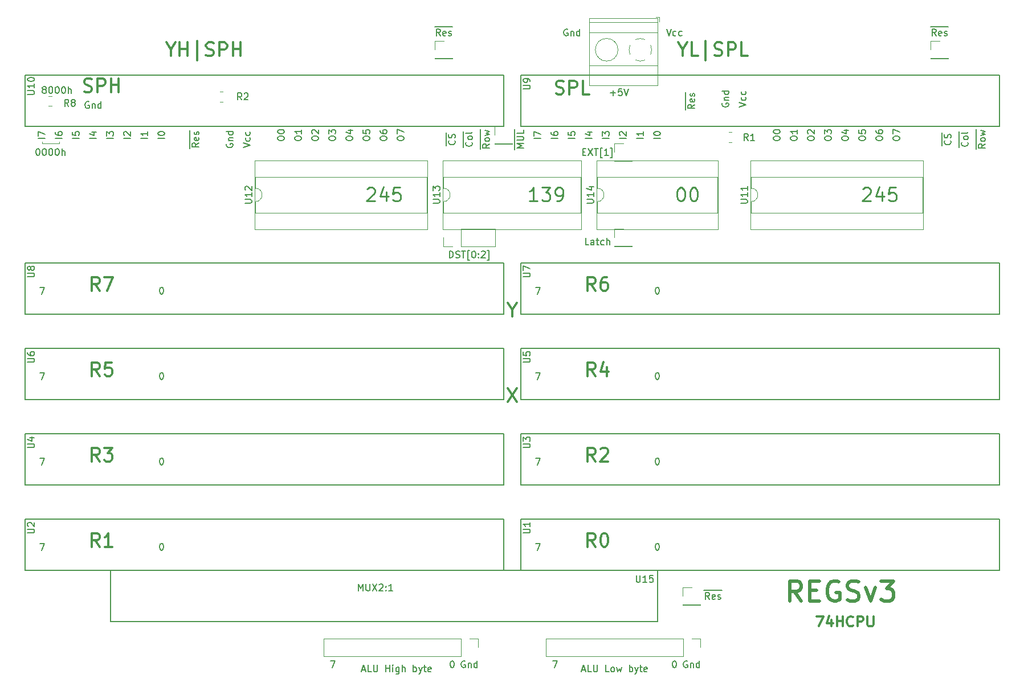
<source format=gbr>
%TF.GenerationSoftware,KiCad,Pcbnew,(5.1.8)-1*%
%TF.CreationDate,2024-01-21T21:11:34+03:00*%
%TF.ProjectId,Regs-v3,52656773-2d76-4332-9e6b-696361645f70,rev?*%
%TF.SameCoordinates,Original*%
%TF.FileFunction,Legend,Top*%
%TF.FilePolarity,Positive*%
%FSLAX46Y46*%
G04 Gerber Fmt 4.6, Leading zero omitted, Abs format (unit mm)*
G04 Created by KiCad (PCBNEW (5.1.8)-1) date 2024-01-21 21:11:34*
%MOMM*%
%LPD*%
G01*
G04 APERTURE LIST*
%ADD10C,0.150000*%
%ADD11C,0.120000*%
%ADD12C,0.300000*%
%ADD13C,0.250000*%
%ADD14C,0.500000*%
G04 APERTURE END LIST*
D10*
X78676666Y-16865000D02*
X79676666Y-16865000D01*
X79486190Y-18232380D02*
X79152857Y-17756190D01*
X78914761Y-18232380D02*
X78914761Y-17232380D01*
X79295714Y-17232380D01*
X79390952Y-17280000D01*
X79438571Y-17327619D01*
X79486190Y-17422857D01*
X79486190Y-17565714D01*
X79438571Y-17660952D01*
X79390952Y-17708571D01*
X79295714Y-17756190D01*
X78914761Y-17756190D01*
X79676666Y-16865000D02*
X80533809Y-16865000D01*
X80295714Y-18184761D02*
X80200476Y-18232380D01*
X80010000Y-18232380D01*
X79914761Y-18184761D01*
X79867142Y-18089523D01*
X79867142Y-17708571D01*
X79914761Y-17613333D01*
X80010000Y-17565714D01*
X80200476Y-17565714D01*
X80295714Y-17613333D01*
X80343333Y-17708571D01*
X80343333Y-17803809D01*
X79867142Y-17899047D01*
X80533809Y-16865000D02*
X81343333Y-16865000D01*
X80724285Y-18184761D02*
X80819523Y-18232380D01*
X81010000Y-18232380D01*
X81105238Y-18184761D01*
X81152857Y-18089523D01*
X81152857Y-18041904D01*
X81105238Y-17946666D01*
X81010000Y-17899047D01*
X80867142Y-17899047D01*
X80771904Y-17851428D01*
X80724285Y-17756190D01*
X80724285Y-17708571D01*
X80771904Y-17613333D01*
X80867142Y-17565714D01*
X81010000Y-17565714D01*
X81105238Y-17613333D01*
X152336666Y-16865000D02*
X153336666Y-16865000D01*
X153146190Y-18232380D02*
X152812857Y-17756190D01*
X152574761Y-18232380D02*
X152574761Y-17232380D01*
X152955714Y-17232380D01*
X153050952Y-17280000D01*
X153098571Y-17327619D01*
X153146190Y-17422857D01*
X153146190Y-17565714D01*
X153098571Y-17660952D01*
X153050952Y-17708571D01*
X152955714Y-17756190D01*
X152574761Y-17756190D01*
X153336666Y-16865000D02*
X154193809Y-16865000D01*
X153955714Y-18184761D02*
X153860476Y-18232380D01*
X153670000Y-18232380D01*
X153574761Y-18184761D01*
X153527142Y-18089523D01*
X153527142Y-17708571D01*
X153574761Y-17613333D01*
X153670000Y-17565714D01*
X153860476Y-17565714D01*
X153955714Y-17613333D01*
X154003333Y-17708571D01*
X154003333Y-17803809D01*
X153527142Y-17899047D01*
X154193809Y-16865000D02*
X155003333Y-16865000D01*
X154384285Y-18184761D02*
X154479523Y-18232380D01*
X154670000Y-18232380D01*
X154765238Y-18184761D01*
X154812857Y-18089523D01*
X154812857Y-18041904D01*
X154765238Y-17946666D01*
X154670000Y-17899047D01*
X154527142Y-17899047D01*
X154431904Y-17851428D01*
X154384285Y-17756190D01*
X154384285Y-17708571D01*
X154431904Y-17613333D01*
X154527142Y-17565714D01*
X154670000Y-17565714D01*
X154765238Y-17613333D01*
X93646666Y-55649880D02*
X94313333Y-55649880D01*
X93884761Y-56649880D01*
X111712380Y-55649880D02*
X111807619Y-55649880D01*
X111902857Y-55697500D01*
X111950476Y-55745119D01*
X111998095Y-55840357D01*
X112045714Y-56030833D01*
X112045714Y-56268928D01*
X111998095Y-56459404D01*
X111950476Y-56554642D01*
X111902857Y-56602261D01*
X111807619Y-56649880D01*
X111712380Y-56649880D01*
X111617142Y-56602261D01*
X111569523Y-56554642D01*
X111521904Y-56459404D01*
X111474285Y-56268928D01*
X111474285Y-56030833D01*
X111521904Y-55840357D01*
X111569523Y-55745119D01*
X111617142Y-55697500D01*
X111712380Y-55649880D01*
X93646666Y-68349880D02*
X94313333Y-68349880D01*
X93884761Y-69349880D01*
X111712380Y-68349880D02*
X111807619Y-68349880D01*
X111902857Y-68397500D01*
X111950476Y-68445119D01*
X111998095Y-68540357D01*
X112045714Y-68730833D01*
X112045714Y-68968928D01*
X111998095Y-69159404D01*
X111950476Y-69254642D01*
X111902857Y-69302261D01*
X111807619Y-69349880D01*
X111712380Y-69349880D01*
X111617142Y-69302261D01*
X111569523Y-69254642D01*
X111521904Y-69159404D01*
X111474285Y-68968928D01*
X111474285Y-68730833D01*
X111521904Y-68540357D01*
X111569523Y-68445119D01*
X111617142Y-68397500D01*
X111712380Y-68349880D01*
X93646666Y-81049880D02*
X94313333Y-81049880D01*
X93884761Y-82049880D01*
X111712380Y-81049880D02*
X111807619Y-81049880D01*
X111902857Y-81097500D01*
X111950476Y-81145119D01*
X111998095Y-81240357D01*
X112045714Y-81430833D01*
X112045714Y-81668928D01*
X111998095Y-81859404D01*
X111950476Y-81954642D01*
X111902857Y-82002261D01*
X111807619Y-82049880D01*
X111712380Y-82049880D01*
X111617142Y-82002261D01*
X111569523Y-81954642D01*
X111521904Y-81859404D01*
X111474285Y-81668928D01*
X111474285Y-81430833D01*
X111521904Y-81240357D01*
X111569523Y-81145119D01*
X111617142Y-81097500D01*
X111712380Y-81049880D01*
X93646666Y-93749880D02*
X94313333Y-93749880D01*
X93884761Y-94749880D01*
X111712380Y-93749880D02*
X111807619Y-93749880D01*
X111902857Y-93797500D01*
X111950476Y-93845119D01*
X111998095Y-93940357D01*
X112045714Y-94130833D01*
X112045714Y-94368928D01*
X111998095Y-94559404D01*
X111950476Y-94654642D01*
X111902857Y-94702261D01*
X111807619Y-94749880D01*
X111712380Y-94749880D01*
X111617142Y-94702261D01*
X111569523Y-94654642D01*
X111521904Y-94559404D01*
X111474285Y-94368928D01*
X111474285Y-94130833D01*
X111521904Y-93940357D01*
X111569523Y-93845119D01*
X111617142Y-93797500D01*
X111712380Y-93749880D01*
X19986666Y-93749880D02*
X20653333Y-93749880D01*
X20224761Y-94749880D01*
X38052380Y-93749880D02*
X38147619Y-93749880D01*
X38242857Y-93797500D01*
X38290476Y-93845119D01*
X38338095Y-93940357D01*
X38385714Y-94130833D01*
X38385714Y-94368928D01*
X38338095Y-94559404D01*
X38290476Y-94654642D01*
X38242857Y-94702261D01*
X38147619Y-94749880D01*
X38052380Y-94749880D01*
X37957142Y-94702261D01*
X37909523Y-94654642D01*
X37861904Y-94559404D01*
X37814285Y-94368928D01*
X37814285Y-94130833D01*
X37861904Y-93940357D01*
X37909523Y-93845119D01*
X37957142Y-93797500D01*
X38052380Y-93749880D01*
X19986666Y-81049880D02*
X20653333Y-81049880D01*
X20224761Y-82049880D01*
X38052380Y-81049880D02*
X38147619Y-81049880D01*
X38242857Y-81097500D01*
X38290476Y-81145119D01*
X38338095Y-81240357D01*
X38385714Y-81430833D01*
X38385714Y-81668928D01*
X38338095Y-81859404D01*
X38290476Y-81954642D01*
X38242857Y-82002261D01*
X38147619Y-82049880D01*
X38052380Y-82049880D01*
X37957142Y-82002261D01*
X37909523Y-81954642D01*
X37861904Y-81859404D01*
X37814285Y-81668928D01*
X37814285Y-81430833D01*
X37861904Y-81240357D01*
X37909523Y-81145119D01*
X37957142Y-81097500D01*
X38052380Y-81049880D01*
X19986666Y-68349880D02*
X20653333Y-68349880D01*
X20224761Y-69349880D01*
X38052380Y-68349880D02*
X38147619Y-68349880D01*
X38242857Y-68397500D01*
X38290476Y-68445119D01*
X38338095Y-68540357D01*
X38385714Y-68730833D01*
X38385714Y-68968928D01*
X38338095Y-69159404D01*
X38290476Y-69254642D01*
X38242857Y-69302261D01*
X38147619Y-69349880D01*
X38052380Y-69349880D01*
X37957142Y-69302261D01*
X37909523Y-69254642D01*
X37861904Y-69159404D01*
X37814285Y-68968928D01*
X37814285Y-68730833D01*
X37861904Y-68540357D01*
X37909523Y-68445119D01*
X37957142Y-68397500D01*
X38052380Y-68349880D01*
X19986666Y-55649880D02*
X20653333Y-55649880D01*
X20224761Y-56649880D01*
X38052380Y-55649880D02*
X38147619Y-55649880D01*
X38242857Y-55697500D01*
X38290476Y-55745119D01*
X38338095Y-55840357D01*
X38385714Y-56030833D01*
X38385714Y-56268928D01*
X38338095Y-56459404D01*
X38290476Y-56554642D01*
X38242857Y-56602261D01*
X38147619Y-56649880D01*
X38052380Y-56649880D01*
X37957142Y-56602261D01*
X37909523Y-56554642D01*
X37861904Y-56459404D01*
X37814285Y-56268928D01*
X37814285Y-56030833D01*
X37861904Y-55840357D01*
X37909523Y-55745119D01*
X37957142Y-55697500D01*
X38052380Y-55649880D01*
X27297142Y-28075000D02*
X27201904Y-28027380D01*
X27059047Y-28027380D01*
X26916190Y-28075000D01*
X26820952Y-28170238D01*
X26773333Y-28265476D01*
X26725714Y-28455952D01*
X26725714Y-28598809D01*
X26773333Y-28789285D01*
X26820952Y-28884523D01*
X26916190Y-28979761D01*
X27059047Y-29027380D01*
X27154285Y-29027380D01*
X27297142Y-28979761D01*
X27344761Y-28932142D01*
X27344761Y-28598809D01*
X27154285Y-28598809D01*
X27773333Y-28360714D02*
X27773333Y-29027380D01*
X27773333Y-28455952D02*
X27820952Y-28408333D01*
X27916190Y-28360714D01*
X28059047Y-28360714D01*
X28154285Y-28408333D01*
X28201904Y-28503571D01*
X28201904Y-29027380D01*
X29106666Y-29027380D02*
X29106666Y-28027380D01*
X29106666Y-28979761D02*
X29011428Y-29027380D01*
X28820952Y-29027380D01*
X28725714Y-28979761D01*
X28678095Y-28932142D01*
X28630476Y-28836904D01*
X28630476Y-28551190D01*
X28678095Y-28455952D01*
X28725714Y-28408333D01*
X28820952Y-28360714D01*
X29011428Y-28360714D01*
X29106666Y-28408333D01*
D11*
X22860000Y-33972500D02*
X22860000Y-34290000D01*
X20320000Y-34290000D02*
X22860000Y-34290000D01*
X20320000Y-34290000D02*
X20320000Y-33972500D01*
D10*
X19661428Y-35012380D02*
X19756666Y-35012380D01*
X19851904Y-35060000D01*
X19899523Y-35107619D01*
X19947142Y-35202857D01*
X19994761Y-35393333D01*
X19994761Y-35631428D01*
X19947142Y-35821904D01*
X19899523Y-35917142D01*
X19851904Y-35964761D01*
X19756666Y-36012380D01*
X19661428Y-36012380D01*
X19566190Y-35964761D01*
X19518571Y-35917142D01*
X19470952Y-35821904D01*
X19423333Y-35631428D01*
X19423333Y-35393333D01*
X19470952Y-35202857D01*
X19518571Y-35107619D01*
X19566190Y-35060000D01*
X19661428Y-35012380D01*
X20613809Y-35012380D02*
X20709047Y-35012380D01*
X20804285Y-35060000D01*
X20851904Y-35107619D01*
X20899523Y-35202857D01*
X20947142Y-35393333D01*
X20947142Y-35631428D01*
X20899523Y-35821904D01*
X20851904Y-35917142D01*
X20804285Y-35964761D01*
X20709047Y-36012380D01*
X20613809Y-36012380D01*
X20518571Y-35964761D01*
X20470952Y-35917142D01*
X20423333Y-35821904D01*
X20375714Y-35631428D01*
X20375714Y-35393333D01*
X20423333Y-35202857D01*
X20470952Y-35107619D01*
X20518571Y-35060000D01*
X20613809Y-35012380D01*
X21566190Y-35012380D02*
X21661428Y-35012380D01*
X21756666Y-35060000D01*
X21804285Y-35107619D01*
X21851904Y-35202857D01*
X21899523Y-35393333D01*
X21899523Y-35631428D01*
X21851904Y-35821904D01*
X21804285Y-35917142D01*
X21756666Y-35964761D01*
X21661428Y-36012380D01*
X21566190Y-36012380D01*
X21470952Y-35964761D01*
X21423333Y-35917142D01*
X21375714Y-35821904D01*
X21328095Y-35631428D01*
X21328095Y-35393333D01*
X21375714Y-35202857D01*
X21423333Y-35107619D01*
X21470952Y-35060000D01*
X21566190Y-35012380D01*
X22518571Y-35012380D02*
X22613809Y-35012380D01*
X22709047Y-35060000D01*
X22756666Y-35107619D01*
X22804285Y-35202857D01*
X22851904Y-35393333D01*
X22851904Y-35631428D01*
X22804285Y-35821904D01*
X22756666Y-35917142D01*
X22709047Y-35964761D01*
X22613809Y-36012380D01*
X22518571Y-36012380D01*
X22423333Y-35964761D01*
X22375714Y-35917142D01*
X22328095Y-35821904D01*
X22280476Y-35631428D01*
X22280476Y-35393333D01*
X22328095Y-35202857D01*
X22375714Y-35107619D01*
X22423333Y-35060000D01*
X22518571Y-35012380D01*
X23280476Y-36012380D02*
X23280476Y-35012380D01*
X23709047Y-36012380D02*
X23709047Y-35488571D01*
X23661428Y-35393333D01*
X23566190Y-35345714D01*
X23423333Y-35345714D01*
X23328095Y-35393333D01*
X23280476Y-35440952D01*
X20566309Y-26233452D02*
X20471071Y-26185833D01*
X20423452Y-26138214D01*
X20375833Y-26042976D01*
X20375833Y-25995357D01*
X20423452Y-25900119D01*
X20471071Y-25852500D01*
X20566309Y-25804880D01*
X20756785Y-25804880D01*
X20852023Y-25852500D01*
X20899642Y-25900119D01*
X20947261Y-25995357D01*
X20947261Y-26042976D01*
X20899642Y-26138214D01*
X20852023Y-26185833D01*
X20756785Y-26233452D01*
X20566309Y-26233452D01*
X20471071Y-26281071D01*
X20423452Y-26328690D01*
X20375833Y-26423928D01*
X20375833Y-26614404D01*
X20423452Y-26709642D01*
X20471071Y-26757261D01*
X20566309Y-26804880D01*
X20756785Y-26804880D01*
X20852023Y-26757261D01*
X20899642Y-26709642D01*
X20947261Y-26614404D01*
X20947261Y-26423928D01*
X20899642Y-26328690D01*
X20852023Y-26281071D01*
X20756785Y-26233452D01*
X21566309Y-25804880D02*
X21661547Y-25804880D01*
X21756785Y-25852500D01*
X21804404Y-25900119D01*
X21852023Y-25995357D01*
X21899642Y-26185833D01*
X21899642Y-26423928D01*
X21852023Y-26614404D01*
X21804404Y-26709642D01*
X21756785Y-26757261D01*
X21661547Y-26804880D01*
X21566309Y-26804880D01*
X21471071Y-26757261D01*
X21423452Y-26709642D01*
X21375833Y-26614404D01*
X21328214Y-26423928D01*
X21328214Y-26185833D01*
X21375833Y-25995357D01*
X21423452Y-25900119D01*
X21471071Y-25852500D01*
X21566309Y-25804880D01*
X22518690Y-25804880D02*
X22613928Y-25804880D01*
X22709166Y-25852500D01*
X22756785Y-25900119D01*
X22804404Y-25995357D01*
X22852023Y-26185833D01*
X22852023Y-26423928D01*
X22804404Y-26614404D01*
X22756785Y-26709642D01*
X22709166Y-26757261D01*
X22613928Y-26804880D01*
X22518690Y-26804880D01*
X22423452Y-26757261D01*
X22375833Y-26709642D01*
X22328214Y-26614404D01*
X22280595Y-26423928D01*
X22280595Y-26185833D01*
X22328214Y-25995357D01*
X22375833Y-25900119D01*
X22423452Y-25852500D01*
X22518690Y-25804880D01*
X23471071Y-25804880D02*
X23566309Y-25804880D01*
X23661547Y-25852500D01*
X23709166Y-25900119D01*
X23756785Y-25995357D01*
X23804404Y-26185833D01*
X23804404Y-26423928D01*
X23756785Y-26614404D01*
X23709166Y-26709642D01*
X23661547Y-26757261D01*
X23566309Y-26804880D01*
X23471071Y-26804880D01*
X23375833Y-26757261D01*
X23328214Y-26709642D01*
X23280595Y-26614404D01*
X23232976Y-26423928D01*
X23232976Y-26185833D01*
X23280595Y-25995357D01*
X23328214Y-25900119D01*
X23375833Y-25852500D01*
X23471071Y-25804880D01*
X24232976Y-26804880D02*
X24232976Y-25804880D01*
X24661547Y-26804880D02*
X24661547Y-26281071D01*
X24613928Y-26185833D01*
X24518690Y-26138214D01*
X24375833Y-26138214D01*
X24280595Y-26185833D01*
X24232976Y-26233452D01*
X104759285Y-26741428D02*
X105521190Y-26741428D01*
X105140238Y-27122380D02*
X105140238Y-26360476D01*
X106473571Y-26122380D02*
X105997380Y-26122380D01*
X105949761Y-26598571D01*
X105997380Y-26550952D01*
X106092619Y-26503333D01*
X106330714Y-26503333D01*
X106425952Y-26550952D01*
X106473571Y-26598571D01*
X106521190Y-26693809D01*
X106521190Y-26931904D01*
X106473571Y-27027142D01*
X106425952Y-27074761D01*
X106330714Y-27122380D01*
X106092619Y-27122380D01*
X105997380Y-27074761D01*
X105949761Y-27027142D01*
X106806904Y-26122380D02*
X107140238Y-27122380D01*
X107473571Y-26122380D01*
X123912380Y-28812976D02*
X124912380Y-28479642D01*
X123912380Y-28146309D01*
X124864761Y-27384404D02*
X124912380Y-27479642D01*
X124912380Y-27670119D01*
X124864761Y-27765357D01*
X124817142Y-27812976D01*
X124721904Y-27860595D01*
X124436190Y-27860595D01*
X124340952Y-27812976D01*
X124293333Y-27765357D01*
X124245714Y-27670119D01*
X124245714Y-27479642D01*
X124293333Y-27384404D01*
X124864761Y-26527261D02*
X124912380Y-26622500D01*
X124912380Y-26812976D01*
X124864761Y-26908214D01*
X124817142Y-26955833D01*
X124721904Y-27003452D01*
X124436190Y-27003452D01*
X124340952Y-26955833D01*
X124293333Y-26908214D01*
X124245714Y-26812976D01*
X124245714Y-26622500D01*
X124293333Y-26527261D01*
X121420000Y-28265357D02*
X121372380Y-28360595D01*
X121372380Y-28503452D01*
X121420000Y-28646309D01*
X121515238Y-28741547D01*
X121610476Y-28789166D01*
X121800952Y-28836785D01*
X121943809Y-28836785D01*
X122134285Y-28789166D01*
X122229523Y-28741547D01*
X122324761Y-28646309D01*
X122372380Y-28503452D01*
X122372380Y-28408214D01*
X122324761Y-28265357D01*
X122277142Y-28217738D01*
X121943809Y-28217738D01*
X121943809Y-28408214D01*
X121705714Y-27789166D02*
X122372380Y-27789166D01*
X121800952Y-27789166D02*
X121753333Y-27741547D01*
X121705714Y-27646309D01*
X121705714Y-27503452D01*
X121753333Y-27408214D01*
X121848571Y-27360595D01*
X122372380Y-27360595D01*
X122372380Y-26455833D02*
X121372380Y-26455833D01*
X122324761Y-26455833D02*
X122372380Y-26551071D01*
X122372380Y-26741547D01*
X122324761Y-26836785D01*
X122277142Y-26884404D01*
X122181904Y-26932023D01*
X121896190Y-26932023D01*
X121800952Y-26884404D01*
X121753333Y-26836785D01*
X121705714Y-26741547D01*
X121705714Y-26551071D01*
X121753333Y-26455833D01*
X102052380Y-33496190D02*
X101052380Y-33496190D01*
X101385714Y-32591428D02*
X102052380Y-32591428D01*
X101004761Y-32829523D02*
X101719047Y-33067619D01*
X101719047Y-32448571D01*
X99512380Y-33496190D02*
X98512380Y-33496190D01*
X98512380Y-32543809D02*
X98512380Y-33020000D01*
X98988571Y-33067619D01*
X98940952Y-33020000D01*
X98893333Y-32924761D01*
X98893333Y-32686666D01*
X98940952Y-32591428D01*
X98988571Y-32543809D01*
X99083809Y-32496190D01*
X99321904Y-32496190D01*
X99417142Y-32543809D01*
X99464761Y-32591428D01*
X99512380Y-32686666D01*
X99512380Y-32924761D01*
X99464761Y-33020000D01*
X99417142Y-33067619D01*
X115925000Y-29273333D02*
X115925000Y-28273333D01*
X117292380Y-28463809D02*
X116816190Y-28797142D01*
X117292380Y-29035238D02*
X116292380Y-29035238D01*
X116292380Y-28654285D01*
X116340000Y-28559047D01*
X116387619Y-28511428D01*
X116482857Y-28463809D01*
X116625714Y-28463809D01*
X116720952Y-28511428D01*
X116768571Y-28559047D01*
X116816190Y-28654285D01*
X116816190Y-29035238D01*
X115925000Y-28273333D02*
X115925000Y-27416190D01*
X117244761Y-27654285D02*
X117292380Y-27749523D01*
X117292380Y-27940000D01*
X117244761Y-28035238D01*
X117149523Y-28082857D01*
X116768571Y-28082857D01*
X116673333Y-28035238D01*
X116625714Y-27940000D01*
X116625714Y-27749523D01*
X116673333Y-27654285D01*
X116768571Y-27606666D01*
X116863809Y-27606666D01*
X116959047Y-28082857D01*
X115925000Y-27416190D02*
X115925000Y-26606666D01*
X117244761Y-27225714D02*
X117292380Y-27130476D01*
X117292380Y-26940000D01*
X117244761Y-26844761D01*
X117149523Y-26797142D01*
X117101904Y-26797142D01*
X117006666Y-26844761D01*
X116959047Y-26940000D01*
X116959047Y-27082857D01*
X116911428Y-27178095D01*
X116816190Y-27225714D01*
X116768571Y-27225714D01*
X116673333Y-27178095D01*
X116625714Y-27082857D01*
X116625714Y-26940000D01*
X116673333Y-26844761D01*
X144232380Y-33591428D02*
X144232380Y-33400952D01*
X144280000Y-33305714D01*
X144375238Y-33210476D01*
X144565714Y-33162857D01*
X144899047Y-33162857D01*
X145089523Y-33210476D01*
X145184761Y-33305714D01*
X145232380Y-33400952D01*
X145232380Y-33591428D01*
X145184761Y-33686666D01*
X145089523Y-33781904D01*
X144899047Y-33829523D01*
X144565714Y-33829523D01*
X144375238Y-33781904D01*
X144280000Y-33686666D01*
X144232380Y-33591428D01*
X144232380Y-32305714D02*
X144232380Y-32496190D01*
X144280000Y-32591428D01*
X144327619Y-32639047D01*
X144470476Y-32734285D01*
X144660952Y-32781904D01*
X145041904Y-32781904D01*
X145137142Y-32734285D01*
X145184761Y-32686666D01*
X145232380Y-32591428D01*
X145232380Y-32400952D01*
X145184761Y-32305714D01*
X145137142Y-32258095D01*
X145041904Y-32210476D01*
X144803809Y-32210476D01*
X144708571Y-32258095D01*
X144660952Y-32305714D01*
X144613333Y-32400952D01*
X144613333Y-32591428D01*
X144660952Y-32686666D01*
X144708571Y-32734285D01*
X144803809Y-32781904D01*
X139152380Y-33591428D02*
X139152380Y-33400952D01*
X139200000Y-33305714D01*
X139295238Y-33210476D01*
X139485714Y-33162857D01*
X139819047Y-33162857D01*
X140009523Y-33210476D01*
X140104761Y-33305714D01*
X140152380Y-33400952D01*
X140152380Y-33591428D01*
X140104761Y-33686666D01*
X140009523Y-33781904D01*
X139819047Y-33829523D01*
X139485714Y-33829523D01*
X139295238Y-33781904D01*
X139200000Y-33686666D01*
X139152380Y-33591428D01*
X139485714Y-32305714D02*
X140152380Y-32305714D01*
X139104761Y-32543809D02*
X139819047Y-32781904D01*
X139819047Y-32162857D01*
X112212380Y-33496190D02*
X111212380Y-33496190D01*
X111212380Y-32829523D02*
X111212380Y-32734285D01*
X111260000Y-32639047D01*
X111307619Y-32591428D01*
X111402857Y-32543809D01*
X111593333Y-32496190D01*
X111831428Y-32496190D01*
X112021904Y-32543809D01*
X112117142Y-32591428D01*
X112164761Y-32639047D01*
X112212380Y-32734285D01*
X112212380Y-32829523D01*
X112164761Y-32924761D01*
X112117142Y-32972380D01*
X112021904Y-33020000D01*
X111831428Y-33067619D01*
X111593333Y-33067619D01*
X111402857Y-33020000D01*
X111307619Y-32972380D01*
X111260000Y-32924761D01*
X111212380Y-32829523D01*
X96972380Y-33496190D02*
X95972380Y-33496190D01*
X95972380Y-32591428D02*
X95972380Y-32781904D01*
X96020000Y-32877142D01*
X96067619Y-32924761D01*
X96210476Y-33020000D01*
X96400952Y-33067619D01*
X96781904Y-33067619D01*
X96877142Y-33020000D01*
X96924761Y-32972380D01*
X96972380Y-32877142D01*
X96972380Y-32686666D01*
X96924761Y-32591428D01*
X96877142Y-32543809D01*
X96781904Y-32496190D01*
X96543809Y-32496190D01*
X96448571Y-32543809D01*
X96400952Y-32591428D01*
X96353333Y-32686666D01*
X96353333Y-32877142D01*
X96400952Y-32972380D01*
X96448571Y-33020000D01*
X96543809Y-33067619D01*
X156565000Y-34869285D02*
X156565000Y-33869285D01*
X157837142Y-34059761D02*
X157884761Y-34107380D01*
X157932380Y-34250238D01*
X157932380Y-34345476D01*
X157884761Y-34488333D01*
X157789523Y-34583571D01*
X157694285Y-34631190D01*
X157503809Y-34678809D01*
X157360952Y-34678809D01*
X157170476Y-34631190D01*
X157075238Y-34583571D01*
X156980000Y-34488333D01*
X156932380Y-34345476D01*
X156932380Y-34250238D01*
X156980000Y-34107380D01*
X157027619Y-34059761D01*
X156565000Y-33869285D02*
X156565000Y-32964523D01*
X157932380Y-33488333D02*
X157884761Y-33583571D01*
X157837142Y-33631190D01*
X157741904Y-33678809D01*
X157456190Y-33678809D01*
X157360952Y-33631190D01*
X157313333Y-33583571D01*
X157265714Y-33488333D01*
X157265714Y-33345476D01*
X157313333Y-33250238D01*
X157360952Y-33202619D01*
X157456190Y-33155000D01*
X157741904Y-33155000D01*
X157837142Y-33202619D01*
X157884761Y-33250238D01*
X157932380Y-33345476D01*
X157932380Y-33488333D01*
X156565000Y-32964523D02*
X156565000Y-32440714D01*
X157932380Y-32583571D02*
X157884761Y-32678809D01*
X157789523Y-32726428D01*
X156932380Y-32726428D01*
X146772380Y-33591428D02*
X146772380Y-33400952D01*
X146820000Y-33305714D01*
X146915238Y-33210476D01*
X147105714Y-33162857D01*
X147439047Y-33162857D01*
X147629523Y-33210476D01*
X147724761Y-33305714D01*
X147772380Y-33400952D01*
X147772380Y-33591428D01*
X147724761Y-33686666D01*
X147629523Y-33781904D01*
X147439047Y-33829523D01*
X147105714Y-33829523D01*
X146915238Y-33781904D01*
X146820000Y-33686666D01*
X146772380Y-33591428D01*
X146772380Y-32829523D02*
X146772380Y-32162857D01*
X147772380Y-32591428D01*
X131532380Y-33591428D02*
X131532380Y-33400952D01*
X131580000Y-33305714D01*
X131675238Y-33210476D01*
X131865714Y-33162857D01*
X132199047Y-33162857D01*
X132389523Y-33210476D01*
X132484761Y-33305714D01*
X132532380Y-33400952D01*
X132532380Y-33591428D01*
X132484761Y-33686666D01*
X132389523Y-33781904D01*
X132199047Y-33829523D01*
X131865714Y-33829523D01*
X131675238Y-33781904D01*
X131580000Y-33686666D01*
X131532380Y-33591428D01*
X132532380Y-32210476D02*
X132532380Y-32781904D01*
X132532380Y-32496190D02*
X131532380Y-32496190D01*
X131675238Y-32591428D01*
X131770476Y-32686666D01*
X131818095Y-32781904D01*
X141692380Y-33591428D02*
X141692380Y-33400952D01*
X141740000Y-33305714D01*
X141835238Y-33210476D01*
X142025714Y-33162857D01*
X142359047Y-33162857D01*
X142549523Y-33210476D01*
X142644761Y-33305714D01*
X142692380Y-33400952D01*
X142692380Y-33591428D01*
X142644761Y-33686666D01*
X142549523Y-33781904D01*
X142359047Y-33829523D01*
X142025714Y-33829523D01*
X141835238Y-33781904D01*
X141740000Y-33686666D01*
X141692380Y-33591428D01*
X141692380Y-32258095D02*
X141692380Y-32734285D01*
X142168571Y-32781904D01*
X142120952Y-32734285D01*
X142073333Y-32639047D01*
X142073333Y-32400952D01*
X142120952Y-32305714D01*
X142168571Y-32258095D01*
X142263809Y-32210476D01*
X142501904Y-32210476D01*
X142597142Y-32258095D01*
X142644761Y-32305714D01*
X142692380Y-32400952D01*
X142692380Y-32639047D01*
X142644761Y-32734285D01*
X142597142Y-32781904D01*
X107132380Y-33496190D02*
X106132380Y-33496190D01*
X106227619Y-33067619D02*
X106180000Y-33020000D01*
X106132380Y-32924761D01*
X106132380Y-32686666D01*
X106180000Y-32591428D01*
X106227619Y-32543809D01*
X106322857Y-32496190D01*
X106418095Y-32496190D01*
X106560952Y-32543809D01*
X107132380Y-33115238D01*
X107132380Y-32496190D01*
X134072380Y-33591428D02*
X134072380Y-33400952D01*
X134120000Y-33305714D01*
X134215238Y-33210476D01*
X134405714Y-33162857D01*
X134739047Y-33162857D01*
X134929523Y-33210476D01*
X135024761Y-33305714D01*
X135072380Y-33400952D01*
X135072380Y-33591428D01*
X135024761Y-33686666D01*
X134929523Y-33781904D01*
X134739047Y-33829523D01*
X134405714Y-33829523D01*
X134215238Y-33781904D01*
X134120000Y-33686666D01*
X134072380Y-33591428D01*
X134167619Y-32781904D02*
X134120000Y-32734285D01*
X134072380Y-32639047D01*
X134072380Y-32400952D01*
X134120000Y-32305714D01*
X134167619Y-32258095D01*
X134262857Y-32210476D01*
X134358095Y-32210476D01*
X134500952Y-32258095D01*
X135072380Y-32829523D01*
X135072380Y-32210476D01*
X154025000Y-34631190D02*
X154025000Y-33631190D01*
X155297142Y-33821666D02*
X155344761Y-33869285D01*
X155392380Y-34012142D01*
X155392380Y-34107380D01*
X155344761Y-34250238D01*
X155249523Y-34345476D01*
X155154285Y-34393095D01*
X154963809Y-34440714D01*
X154820952Y-34440714D01*
X154630476Y-34393095D01*
X154535238Y-34345476D01*
X154440000Y-34250238D01*
X154392380Y-34107380D01*
X154392380Y-34012142D01*
X154440000Y-33869285D01*
X154487619Y-33821666D01*
X154025000Y-33631190D02*
X154025000Y-32678809D01*
X155344761Y-33440714D02*
X155392380Y-33297857D01*
X155392380Y-33059761D01*
X155344761Y-32964523D01*
X155297142Y-32916904D01*
X155201904Y-32869285D01*
X155106666Y-32869285D01*
X155011428Y-32916904D01*
X154963809Y-32964523D01*
X154916190Y-33059761D01*
X154868571Y-33250238D01*
X154820952Y-33345476D01*
X154773333Y-33393095D01*
X154678095Y-33440714D01*
X154582857Y-33440714D01*
X154487619Y-33393095D01*
X154440000Y-33345476D01*
X154392380Y-33250238D01*
X154392380Y-33012142D01*
X154440000Y-32869285D01*
X104592380Y-33496190D02*
X103592380Y-33496190D01*
X103592380Y-33115238D02*
X103592380Y-32496190D01*
X103973333Y-32829523D01*
X103973333Y-32686666D01*
X104020952Y-32591428D01*
X104068571Y-32543809D01*
X104163809Y-32496190D01*
X104401904Y-32496190D01*
X104497142Y-32543809D01*
X104544761Y-32591428D01*
X104592380Y-32686666D01*
X104592380Y-32972380D01*
X104544761Y-33067619D01*
X104497142Y-33115238D01*
X159105000Y-35131190D02*
X159105000Y-34131190D01*
X160472380Y-34321666D02*
X159996190Y-34655000D01*
X160472380Y-34893095D02*
X159472380Y-34893095D01*
X159472380Y-34512142D01*
X159520000Y-34416904D01*
X159567619Y-34369285D01*
X159662857Y-34321666D01*
X159805714Y-34321666D01*
X159900952Y-34369285D01*
X159948571Y-34416904D01*
X159996190Y-34512142D01*
X159996190Y-34893095D01*
X159105000Y-34131190D02*
X159105000Y-33226428D01*
X160472380Y-33750238D02*
X160424761Y-33845476D01*
X160377142Y-33893095D01*
X160281904Y-33940714D01*
X159996190Y-33940714D01*
X159900952Y-33893095D01*
X159853333Y-33845476D01*
X159805714Y-33750238D01*
X159805714Y-33607380D01*
X159853333Y-33512142D01*
X159900952Y-33464523D01*
X159996190Y-33416904D01*
X160281904Y-33416904D01*
X160377142Y-33464523D01*
X160424761Y-33512142D01*
X160472380Y-33607380D01*
X160472380Y-33750238D01*
X159105000Y-33226428D02*
X159105000Y-32178809D01*
X159805714Y-33083571D02*
X160472380Y-32893095D01*
X159996190Y-32702619D01*
X160472380Y-32512142D01*
X159805714Y-32321666D01*
X128992380Y-33591428D02*
X128992380Y-33400952D01*
X129040000Y-33305714D01*
X129135238Y-33210476D01*
X129325714Y-33162857D01*
X129659047Y-33162857D01*
X129849523Y-33210476D01*
X129944761Y-33305714D01*
X129992380Y-33400952D01*
X129992380Y-33591428D01*
X129944761Y-33686666D01*
X129849523Y-33781904D01*
X129659047Y-33829523D01*
X129325714Y-33829523D01*
X129135238Y-33781904D01*
X129040000Y-33686666D01*
X128992380Y-33591428D01*
X128992380Y-32543809D02*
X128992380Y-32448571D01*
X129040000Y-32353333D01*
X129087619Y-32305714D01*
X129182857Y-32258095D01*
X129373333Y-32210476D01*
X129611428Y-32210476D01*
X129801904Y-32258095D01*
X129897142Y-32305714D01*
X129944761Y-32353333D01*
X129992380Y-32448571D01*
X129992380Y-32543809D01*
X129944761Y-32639047D01*
X129897142Y-32686666D01*
X129801904Y-32734285D01*
X129611428Y-32781904D01*
X129373333Y-32781904D01*
X129182857Y-32734285D01*
X129087619Y-32686666D01*
X129040000Y-32639047D01*
X128992380Y-32543809D01*
X109672380Y-33496190D02*
X108672380Y-33496190D01*
X109672380Y-32496190D02*
X109672380Y-33067619D01*
X109672380Y-32781904D02*
X108672380Y-32781904D01*
X108815238Y-32877142D01*
X108910476Y-32972380D01*
X108958095Y-33067619D01*
X94432380Y-33496190D02*
X93432380Y-33496190D01*
X93432380Y-33115238D02*
X93432380Y-32448571D01*
X94432380Y-32877142D01*
X136612380Y-33591428D02*
X136612380Y-33400952D01*
X136660000Y-33305714D01*
X136755238Y-33210476D01*
X136945714Y-33162857D01*
X137279047Y-33162857D01*
X137469523Y-33210476D01*
X137564761Y-33305714D01*
X137612380Y-33400952D01*
X137612380Y-33591428D01*
X137564761Y-33686666D01*
X137469523Y-33781904D01*
X137279047Y-33829523D01*
X136945714Y-33829523D01*
X136755238Y-33781904D01*
X136660000Y-33686666D01*
X136612380Y-33591428D01*
X136612380Y-32829523D02*
X136612380Y-32210476D01*
X136993333Y-32543809D01*
X136993333Y-32400952D01*
X137040952Y-32305714D01*
X137088571Y-32258095D01*
X137183809Y-32210476D01*
X137421904Y-32210476D01*
X137517142Y-32258095D01*
X137564761Y-32305714D01*
X137612380Y-32400952D01*
X137612380Y-32686666D01*
X137564761Y-32781904D01*
X137517142Y-32829523D01*
X20772380Y-33496190D02*
X19772380Y-33496190D01*
X19772380Y-33115238D02*
X19772380Y-32448571D01*
X20772380Y-32877142D01*
X23312380Y-33496190D02*
X22312380Y-33496190D01*
X22312380Y-32591428D02*
X22312380Y-32781904D01*
X22360000Y-32877142D01*
X22407619Y-32924761D01*
X22550476Y-33020000D01*
X22740952Y-33067619D01*
X23121904Y-33067619D01*
X23217142Y-33020000D01*
X23264761Y-32972380D01*
X23312380Y-32877142D01*
X23312380Y-32686666D01*
X23264761Y-32591428D01*
X23217142Y-32543809D01*
X23121904Y-32496190D01*
X22883809Y-32496190D01*
X22788571Y-32543809D01*
X22740952Y-32591428D01*
X22693333Y-32686666D01*
X22693333Y-32877142D01*
X22740952Y-32972380D01*
X22788571Y-33020000D01*
X22883809Y-33067619D01*
X25852380Y-33496190D02*
X24852380Y-33496190D01*
X24852380Y-32543809D02*
X24852380Y-33020000D01*
X25328571Y-33067619D01*
X25280952Y-33020000D01*
X25233333Y-32924761D01*
X25233333Y-32686666D01*
X25280952Y-32591428D01*
X25328571Y-32543809D01*
X25423809Y-32496190D01*
X25661904Y-32496190D01*
X25757142Y-32543809D01*
X25804761Y-32591428D01*
X25852380Y-32686666D01*
X25852380Y-32924761D01*
X25804761Y-33020000D01*
X25757142Y-33067619D01*
X28392380Y-33496190D02*
X27392380Y-33496190D01*
X27725714Y-32591428D02*
X28392380Y-32591428D01*
X27344761Y-32829523D02*
X28059047Y-33067619D01*
X28059047Y-32448571D01*
X30932380Y-33496190D02*
X29932380Y-33496190D01*
X29932380Y-33115238D02*
X29932380Y-32496190D01*
X30313333Y-32829523D01*
X30313333Y-32686666D01*
X30360952Y-32591428D01*
X30408571Y-32543809D01*
X30503809Y-32496190D01*
X30741904Y-32496190D01*
X30837142Y-32543809D01*
X30884761Y-32591428D01*
X30932380Y-32686666D01*
X30932380Y-32972380D01*
X30884761Y-33067619D01*
X30837142Y-33115238D01*
X33472380Y-33496190D02*
X32472380Y-33496190D01*
X32567619Y-33067619D02*
X32520000Y-33020000D01*
X32472380Y-32924761D01*
X32472380Y-32686666D01*
X32520000Y-32591428D01*
X32567619Y-32543809D01*
X32662857Y-32496190D01*
X32758095Y-32496190D01*
X32900952Y-32543809D01*
X33472380Y-33115238D01*
X33472380Y-32496190D01*
X36012380Y-33496190D02*
X35012380Y-33496190D01*
X36012380Y-32496190D02*
X36012380Y-33067619D01*
X36012380Y-32781904D02*
X35012380Y-32781904D01*
X35155238Y-32877142D01*
X35250476Y-32972380D01*
X35298095Y-33067619D01*
X38552380Y-33496190D02*
X37552380Y-33496190D01*
X37552380Y-32829523D02*
X37552380Y-32734285D01*
X37600000Y-32639047D01*
X37647619Y-32591428D01*
X37742857Y-32543809D01*
X37933333Y-32496190D01*
X38171428Y-32496190D01*
X38361904Y-32543809D01*
X38457142Y-32591428D01*
X38504761Y-32639047D01*
X38552380Y-32734285D01*
X38552380Y-32829523D01*
X38504761Y-32924761D01*
X38457142Y-32972380D01*
X38361904Y-33020000D01*
X38171428Y-33067619D01*
X37933333Y-33067619D01*
X37742857Y-33020000D01*
X37647619Y-32972380D01*
X37600000Y-32924761D01*
X37552380Y-32829523D01*
X42265000Y-34988333D02*
X42265000Y-33988333D01*
X43632380Y-34178809D02*
X43156190Y-34512142D01*
X43632380Y-34750238D02*
X42632380Y-34750238D01*
X42632380Y-34369285D01*
X42680000Y-34274047D01*
X42727619Y-34226428D01*
X42822857Y-34178809D01*
X42965714Y-34178809D01*
X43060952Y-34226428D01*
X43108571Y-34274047D01*
X43156190Y-34369285D01*
X43156190Y-34750238D01*
X42265000Y-33988333D02*
X42265000Y-33131190D01*
X43584761Y-33369285D02*
X43632380Y-33464523D01*
X43632380Y-33655000D01*
X43584761Y-33750238D01*
X43489523Y-33797857D01*
X43108571Y-33797857D01*
X43013333Y-33750238D01*
X42965714Y-33655000D01*
X42965714Y-33464523D01*
X43013333Y-33369285D01*
X43108571Y-33321666D01*
X43203809Y-33321666D01*
X43299047Y-33797857D01*
X42265000Y-33131190D02*
X42265000Y-32321666D01*
X43584761Y-32940714D02*
X43632380Y-32845476D01*
X43632380Y-32655000D01*
X43584761Y-32559761D01*
X43489523Y-32512142D01*
X43441904Y-32512142D01*
X43346666Y-32559761D01*
X43299047Y-32655000D01*
X43299047Y-32797857D01*
X43251428Y-32893095D01*
X43156190Y-32940714D01*
X43108571Y-32940714D01*
X43013333Y-32893095D01*
X42965714Y-32797857D01*
X42965714Y-32655000D01*
X43013333Y-32559761D01*
X47760000Y-34297857D02*
X47712380Y-34393095D01*
X47712380Y-34535952D01*
X47760000Y-34678809D01*
X47855238Y-34774047D01*
X47950476Y-34821666D01*
X48140952Y-34869285D01*
X48283809Y-34869285D01*
X48474285Y-34821666D01*
X48569523Y-34774047D01*
X48664761Y-34678809D01*
X48712380Y-34535952D01*
X48712380Y-34440714D01*
X48664761Y-34297857D01*
X48617142Y-34250238D01*
X48283809Y-34250238D01*
X48283809Y-34440714D01*
X48045714Y-33821666D02*
X48712380Y-33821666D01*
X48140952Y-33821666D02*
X48093333Y-33774047D01*
X48045714Y-33678809D01*
X48045714Y-33535952D01*
X48093333Y-33440714D01*
X48188571Y-33393095D01*
X48712380Y-33393095D01*
X48712380Y-32488333D02*
X47712380Y-32488333D01*
X48664761Y-32488333D02*
X48712380Y-32583571D01*
X48712380Y-32774047D01*
X48664761Y-32869285D01*
X48617142Y-32916904D01*
X48521904Y-32964523D01*
X48236190Y-32964523D01*
X48140952Y-32916904D01*
X48093333Y-32869285D01*
X48045714Y-32774047D01*
X48045714Y-32583571D01*
X48093333Y-32488333D01*
X50252380Y-34845476D02*
X51252380Y-34512142D01*
X50252380Y-34178809D01*
X51204761Y-33416904D02*
X51252380Y-33512142D01*
X51252380Y-33702619D01*
X51204761Y-33797857D01*
X51157142Y-33845476D01*
X51061904Y-33893095D01*
X50776190Y-33893095D01*
X50680952Y-33845476D01*
X50633333Y-33797857D01*
X50585714Y-33702619D01*
X50585714Y-33512142D01*
X50633333Y-33416904D01*
X51204761Y-32559761D02*
X51252380Y-32655000D01*
X51252380Y-32845476D01*
X51204761Y-32940714D01*
X51157142Y-32988333D01*
X51061904Y-33035952D01*
X50776190Y-33035952D01*
X50680952Y-32988333D01*
X50633333Y-32940714D01*
X50585714Y-32845476D01*
X50585714Y-32655000D01*
X50633333Y-32559761D01*
X65492380Y-33591428D02*
X65492380Y-33400952D01*
X65540000Y-33305714D01*
X65635238Y-33210476D01*
X65825714Y-33162857D01*
X66159047Y-33162857D01*
X66349523Y-33210476D01*
X66444761Y-33305714D01*
X66492380Y-33400952D01*
X66492380Y-33591428D01*
X66444761Y-33686666D01*
X66349523Y-33781904D01*
X66159047Y-33829523D01*
X65825714Y-33829523D01*
X65635238Y-33781904D01*
X65540000Y-33686666D01*
X65492380Y-33591428D01*
X65825714Y-32305714D02*
X66492380Y-32305714D01*
X65444761Y-32543809D02*
X66159047Y-32781904D01*
X66159047Y-32162857D01*
X62952380Y-33591428D02*
X62952380Y-33400952D01*
X63000000Y-33305714D01*
X63095238Y-33210476D01*
X63285714Y-33162857D01*
X63619047Y-33162857D01*
X63809523Y-33210476D01*
X63904761Y-33305714D01*
X63952380Y-33400952D01*
X63952380Y-33591428D01*
X63904761Y-33686666D01*
X63809523Y-33781904D01*
X63619047Y-33829523D01*
X63285714Y-33829523D01*
X63095238Y-33781904D01*
X63000000Y-33686666D01*
X62952380Y-33591428D01*
X62952380Y-32829523D02*
X62952380Y-32210476D01*
X63333333Y-32543809D01*
X63333333Y-32400952D01*
X63380952Y-32305714D01*
X63428571Y-32258095D01*
X63523809Y-32210476D01*
X63761904Y-32210476D01*
X63857142Y-32258095D01*
X63904761Y-32305714D01*
X63952380Y-32400952D01*
X63952380Y-32686666D01*
X63904761Y-32781904D01*
X63857142Y-32829523D01*
X60412380Y-33591428D02*
X60412380Y-33400952D01*
X60460000Y-33305714D01*
X60555238Y-33210476D01*
X60745714Y-33162857D01*
X61079047Y-33162857D01*
X61269523Y-33210476D01*
X61364761Y-33305714D01*
X61412380Y-33400952D01*
X61412380Y-33591428D01*
X61364761Y-33686666D01*
X61269523Y-33781904D01*
X61079047Y-33829523D01*
X60745714Y-33829523D01*
X60555238Y-33781904D01*
X60460000Y-33686666D01*
X60412380Y-33591428D01*
X60507619Y-32781904D02*
X60460000Y-32734285D01*
X60412380Y-32639047D01*
X60412380Y-32400952D01*
X60460000Y-32305714D01*
X60507619Y-32258095D01*
X60602857Y-32210476D01*
X60698095Y-32210476D01*
X60840952Y-32258095D01*
X61412380Y-32829523D01*
X61412380Y-32210476D01*
X57872380Y-33591428D02*
X57872380Y-33400952D01*
X57920000Y-33305714D01*
X58015238Y-33210476D01*
X58205714Y-33162857D01*
X58539047Y-33162857D01*
X58729523Y-33210476D01*
X58824761Y-33305714D01*
X58872380Y-33400952D01*
X58872380Y-33591428D01*
X58824761Y-33686666D01*
X58729523Y-33781904D01*
X58539047Y-33829523D01*
X58205714Y-33829523D01*
X58015238Y-33781904D01*
X57920000Y-33686666D01*
X57872380Y-33591428D01*
X58872380Y-32210476D02*
X58872380Y-32781904D01*
X58872380Y-32496190D02*
X57872380Y-32496190D01*
X58015238Y-32591428D01*
X58110476Y-32686666D01*
X58158095Y-32781904D01*
X55332380Y-33591428D02*
X55332380Y-33400952D01*
X55380000Y-33305714D01*
X55475238Y-33210476D01*
X55665714Y-33162857D01*
X55999047Y-33162857D01*
X56189523Y-33210476D01*
X56284761Y-33305714D01*
X56332380Y-33400952D01*
X56332380Y-33591428D01*
X56284761Y-33686666D01*
X56189523Y-33781904D01*
X55999047Y-33829523D01*
X55665714Y-33829523D01*
X55475238Y-33781904D01*
X55380000Y-33686666D01*
X55332380Y-33591428D01*
X55332380Y-32543809D02*
X55332380Y-32448571D01*
X55380000Y-32353333D01*
X55427619Y-32305714D01*
X55522857Y-32258095D01*
X55713333Y-32210476D01*
X55951428Y-32210476D01*
X56141904Y-32258095D01*
X56237142Y-32305714D01*
X56284761Y-32353333D01*
X56332380Y-32448571D01*
X56332380Y-32543809D01*
X56284761Y-32639047D01*
X56237142Y-32686666D01*
X56141904Y-32734285D01*
X55951428Y-32781904D01*
X55713333Y-32781904D01*
X55522857Y-32734285D01*
X55427619Y-32686666D01*
X55380000Y-32639047D01*
X55332380Y-32543809D01*
X68032380Y-33591428D02*
X68032380Y-33400952D01*
X68080000Y-33305714D01*
X68175238Y-33210476D01*
X68365714Y-33162857D01*
X68699047Y-33162857D01*
X68889523Y-33210476D01*
X68984761Y-33305714D01*
X69032380Y-33400952D01*
X69032380Y-33591428D01*
X68984761Y-33686666D01*
X68889523Y-33781904D01*
X68699047Y-33829523D01*
X68365714Y-33829523D01*
X68175238Y-33781904D01*
X68080000Y-33686666D01*
X68032380Y-33591428D01*
X68032380Y-32258095D02*
X68032380Y-32734285D01*
X68508571Y-32781904D01*
X68460952Y-32734285D01*
X68413333Y-32639047D01*
X68413333Y-32400952D01*
X68460952Y-32305714D01*
X68508571Y-32258095D01*
X68603809Y-32210476D01*
X68841904Y-32210476D01*
X68937142Y-32258095D01*
X68984761Y-32305714D01*
X69032380Y-32400952D01*
X69032380Y-32639047D01*
X68984761Y-32734285D01*
X68937142Y-32781904D01*
X70572380Y-33591428D02*
X70572380Y-33400952D01*
X70620000Y-33305714D01*
X70715238Y-33210476D01*
X70905714Y-33162857D01*
X71239047Y-33162857D01*
X71429523Y-33210476D01*
X71524761Y-33305714D01*
X71572380Y-33400952D01*
X71572380Y-33591428D01*
X71524761Y-33686666D01*
X71429523Y-33781904D01*
X71239047Y-33829523D01*
X70905714Y-33829523D01*
X70715238Y-33781904D01*
X70620000Y-33686666D01*
X70572380Y-33591428D01*
X70572380Y-32305714D02*
X70572380Y-32496190D01*
X70620000Y-32591428D01*
X70667619Y-32639047D01*
X70810476Y-32734285D01*
X71000952Y-32781904D01*
X71381904Y-32781904D01*
X71477142Y-32734285D01*
X71524761Y-32686666D01*
X71572380Y-32591428D01*
X71572380Y-32400952D01*
X71524761Y-32305714D01*
X71477142Y-32258095D01*
X71381904Y-32210476D01*
X71143809Y-32210476D01*
X71048571Y-32258095D01*
X71000952Y-32305714D01*
X70953333Y-32400952D01*
X70953333Y-32591428D01*
X71000952Y-32686666D01*
X71048571Y-32734285D01*
X71143809Y-32781904D01*
X73112380Y-33591428D02*
X73112380Y-33400952D01*
X73160000Y-33305714D01*
X73255238Y-33210476D01*
X73445714Y-33162857D01*
X73779047Y-33162857D01*
X73969523Y-33210476D01*
X74064761Y-33305714D01*
X74112380Y-33400952D01*
X74112380Y-33591428D01*
X74064761Y-33686666D01*
X73969523Y-33781904D01*
X73779047Y-33829523D01*
X73445714Y-33829523D01*
X73255238Y-33781904D01*
X73160000Y-33686666D01*
X73112380Y-33591428D01*
X73112380Y-32829523D02*
X73112380Y-32162857D01*
X74112380Y-32591428D01*
X85445000Y-35131190D02*
X85445000Y-34131190D01*
X86812380Y-34321666D02*
X86336190Y-34655000D01*
X86812380Y-34893095D02*
X85812380Y-34893095D01*
X85812380Y-34512142D01*
X85860000Y-34416904D01*
X85907619Y-34369285D01*
X86002857Y-34321666D01*
X86145714Y-34321666D01*
X86240952Y-34369285D01*
X86288571Y-34416904D01*
X86336190Y-34512142D01*
X86336190Y-34893095D01*
X85445000Y-34131190D02*
X85445000Y-33226428D01*
X86812380Y-33750238D02*
X86764761Y-33845476D01*
X86717142Y-33893095D01*
X86621904Y-33940714D01*
X86336190Y-33940714D01*
X86240952Y-33893095D01*
X86193333Y-33845476D01*
X86145714Y-33750238D01*
X86145714Y-33607380D01*
X86193333Y-33512142D01*
X86240952Y-33464523D01*
X86336190Y-33416904D01*
X86621904Y-33416904D01*
X86717142Y-33464523D01*
X86764761Y-33512142D01*
X86812380Y-33607380D01*
X86812380Y-33750238D01*
X85445000Y-33226428D02*
X85445000Y-32178809D01*
X86145714Y-33083571D02*
X86812380Y-32893095D01*
X86336190Y-32702619D01*
X86812380Y-32512142D01*
X86145714Y-32321666D01*
X82905000Y-34869285D02*
X82905000Y-33869285D01*
X84177142Y-34059761D02*
X84224761Y-34107380D01*
X84272380Y-34250238D01*
X84272380Y-34345476D01*
X84224761Y-34488333D01*
X84129523Y-34583571D01*
X84034285Y-34631190D01*
X83843809Y-34678809D01*
X83700952Y-34678809D01*
X83510476Y-34631190D01*
X83415238Y-34583571D01*
X83320000Y-34488333D01*
X83272380Y-34345476D01*
X83272380Y-34250238D01*
X83320000Y-34107380D01*
X83367619Y-34059761D01*
X82905000Y-33869285D02*
X82905000Y-32964523D01*
X84272380Y-33488333D02*
X84224761Y-33583571D01*
X84177142Y-33631190D01*
X84081904Y-33678809D01*
X83796190Y-33678809D01*
X83700952Y-33631190D01*
X83653333Y-33583571D01*
X83605714Y-33488333D01*
X83605714Y-33345476D01*
X83653333Y-33250238D01*
X83700952Y-33202619D01*
X83796190Y-33155000D01*
X84081904Y-33155000D01*
X84177142Y-33202619D01*
X84224761Y-33250238D01*
X84272380Y-33345476D01*
X84272380Y-33488333D01*
X82905000Y-32964523D02*
X82905000Y-32440714D01*
X84272380Y-32583571D02*
X84224761Y-32678809D01*
X84129523Y-32726428D01*
X83272380Y-32726428D01*
X80365000Y-34631190D02*
X80365000Y-33631190D01*
X81637142Y-33821666D02*
X81684761Y-33869285D01*
X81732380Y-34012142D01*
X81732380Y-34107380D01*
X81684761Y-34250238D01*
X81589523Y-34345476D01*
X81494285Y-34393095D01*
X81303809Y-34440714D01*
X81160952Y-34440714D01*
X80970476Y-34393095D01*
X80875238Y-34345476D01*
X80780000Y-34250238D01*
X80732380Y-34107380D01*
X80732380Y-34012142D01*
X80780000Y-33869285D01*
X80827619Y-33821666D01*
X80365000Y-33631190D02*
X80365000Y-32678809D01*
X81684761Y-33440714D02*
X81732380Y-33297857D01*
X81732380Y-33059761D01*
X81684761Y-32964523D01*
X81637142Y-32916904D01*
X81541904Y-32869285D01*
X81446666Y-32869285D01*
X81351428Y-32916904D01*
X81303809Y-32964523D01*
X81256190Y-33059761D01*
X81208571Y-33250238D01*
X81160952Y-33345476D01*
X81113333Y-33393095D01*
X81018095Y-33440714D01*
X80922857Y-33440714D01*
X80827619Y-33393095D01*
X80780000Y-33345476D01*
X80732380Y-33250238D01*
X80732380Y-33012142D01*
X80780000Y-32869285D01*
X67882142Y-112561666D02*
X68358333Y-112561666D01*
X67786904Y-112847380D02*
X68120238Y-111847380D01*
X68453571Y-112847380D01*
X69263095Y-112847380D02*
X68786904Y-112847380D01*
X68786904Y-111847380D01*
X69596428Y-111847380D02*
X69596428Y-112656904D01*
X69644047Y-112752142D01*
X69691666Y-112799761D01*
X69786904Y-112847380D01*
X69977380Y-112847380D01*
X70072619Y-112799761D01*
X70120238Y-112752142D01*
X70167857Y-112656904D01*
X70167857Y-111847380D01*
X71405952Y-112847380D02*
X71405952Y-111847380D01*
X71405952Y-112323571D02*
X71977380Y-112323571D01*
X71977380Y-112847380D02*
X71977380Y-111847380D01*
X72453571Y-112847380D02*
X72453571Y-112180714D01*
X72453571Y-111847380D02*
X72405952Y-111895000D01*
X72453571Y-111942619D01*
X72501190Y-111895000D01*
X72453571Y-111847380D01*
X72453571Y-111942619D01*
X73358333Y-112180714D02*
X73358333Y-112990238D01*
X73310714Y-113085476D01*
X73263095Y-113133095D01*
X73167857Y-113180714D01*
X73025000Y-113180714D01*
X72929761Y-113133095D01*
X73358333Y-112799761D02*
X73263095Y-112847380D01*
X73072619Y-112847380D01*
X72977380Y-112799761D01*
X72929761Y-112752142D01*
X72882142Y-112656904D01*
X72882142Y-112371190D01*
X72929761Y-112275952D01*
X72977380Y-112228333D01*
X73072619Y-112180714D01*
X73263095Y-112180714D01*
X73358333Y-112228333D01*
X73834523Y-112847380D02*
X73834523Y-111847380D01*
X74263095Y-112847380D02*
X74263095Y-112323571D01*
X74215476Y-112228333D01*
X74120238Y-112180714D01*
X73977380Y-112180714D01*
X73882142Y-112228333D01*
X73834523Y-112275952D01*
X75501190Y-112847380D02*
X75501190Y-111847380D01*
X75501190Y-112228333D02*
X75596428Y-112180714D01*
X75786904Y-112180714D01*
X75882142Y-112228333D01*
X75929761Y-112275952D01*
X75977380Y-112371190D01*
X75977380Y-112656904D01*
X75929761Y-112752142D01*
X75882142Y-112799761D01*
X75786904Y-112847380D01*
X75596428Y-112847380D01*
X75501190Y-112799761D01*
X76310714Y-112180714D02*
X76548809Y-112847380D01*
X76786904Y-112180714D02*
X76548809Y-112847380D01*
X76453571Y-113085476D01*
X76405952Y-113133095D01*
X76310714Y-113180714D01*
X77025000Y-112180714D02*
X77405952Y-112180714D01*
X77167857Y-111847380D02*
X77167857Y-112704523D01*
X77215476Y-112799761D01*
X77310714Y-112847380D01*
X77405952Y-112847380D01*
X78120238Y-112799761D02*
X78025000Y-112847380D01*
X77834523Y-112847380D01*
X77739285Y-112799761D01*
X77691666Y-112704523D01*
X77691666Y-112323571D01*
X77739285Y-112228333D01*
X77834523Y-112180714D01*
X78025000Y-112180714D01*
X78120238Y-112228333D01*
X78167857Y-112323571D01*
X78167857Y-112418809D01*
X77691666Y-112514047D01*
X100552857Y-112561666D02*
X101029047Y-112561666D01*
X100457619Y-112847380D02*
X100790952Y-111847380D01*
X101124285Y-112847380D01*
X101933809Y-112847380D02*
X101457619Y-112847380D01*
X101457619Y-111847380D01*
X102267142Y-111847380D02*
X102267142Y-112656904D01*
X102314761Y-112752142D01*
X102362380Y-112799761D01*
X102457619Y-112847380D01*
X102648095Y-112847380D01*
X102743333Y-112799761D01*
X102790952Y-112752142D01*
X102838571Y-112656904D01*
X102838571Y-111847380D01*
X104552857Y-112847380D02*
X104076666Y-112847380D01*
X104076666Y-111847380D01*
X105029047Y-112847380D02*
X104933809Y-112799761D01*
X104886190Y-112752142D01*
X104838571Y-112656904D01*
X104838571Y-112371190D01*
X104886190Y-112275952D01*
X104933809Y-112228333D01*
X105029047Y-112180714D01*
X105171904Y-112180714D01*
X105267142Y-112228333D01*
X105314761Y-112275952D01*
X105362380Y-112371190D01*
X105362380Y-112656904D01*
X105314761Y-112752142D01*
X105267142Y-112799761D01*
X105171904Y-112847380D01*
X105029047Y-112847380D01*
X105695714Y-112180714D02*
X105886190Y-112847380D01*
X106076666Y-112371190D01*
X106267142Y-112847380D01*
X106457619Y-112180714D01*
X107600476Y-112847380D02*
X107600476Y-111847380D01*
X107600476Y-112228333D02*
X107695714Y-112180714D01*
X107886190Y-112180714D01*
X107981428Y-112228333D01*
X108029047Y-112275952D01*
X108076666Y-112371190D01*
X108076666Y-112656904D01*
X108029047Y-112752142D01*
X107981428Y-112799761D01*
X107886190Y-112847380D01*
X107695714Y-112847380D01*
X107600476Y-112799761D01*
X108410000Y-112180714D02*
X108648095Y-112847380D01*
X108886190Y-112180714D02*
X108648095Y-112847380D01*
X108552857Y-113085476D01*
X108505238Y-113133095D01*
X108410000Y-113180714D01*
X109124285Y-112180714D02*
X109505238Y-112180714D01*
X109267142Y-111847380D02*
X109267142Y-112704523D01*
X109314761Y-112799761D01*
X109410000Y-112847380D01*
X109505238Y-112847380D01*
X110219523Y-112799761D02*
X110124285Y-112847380D01*
X109933809Y-112847380D01*
X109838571Y-112799761D01*
X109790952Y-112704523D01*
X109790952Y-112323571D01*
X109838571Y-112228333D01*
X109933809Y-112180714D01*
X110124285Y-112180714D01*
X110219523Y-112228333D01*
X110267142Y-112323571D01*
X110267142Y-112418809D01*
X109790952Y-112514047D01*
X67326190Y-100782380D02*
X67326190Y-99782380D01*
X67659523Y-100496666D01*
X67992857Y-99782380D01*
X67992857Y-100782380D01*
X68469047Y-99782380D02*
X68469047Y-100591904D01*
X68516666Y-100687142D01*
X68564285Y-100734761D01*
X68659523Y-100782380D01*
X68850000Y-100782380D01*
X68945238Y-100734761D01*
X68992857Y-100687142D01*
X69040476Y-100591904D01*
X69040476Y-99782380D01*
X69421428Y-99782380D02*
X70088095Y-100782380D01*
X70088095Y-99782380D02*
X69421428Y-100782380D01*
X70421428Y-99877619D02*
X70469047Y-99830000D01*
X70564285Y-99782380D01*
X70802380Y-99782380D01*
X70897619Y-99830000D01*
X70945238Y-99877619D01*
X70992857Y-99972857D01*
X70992857Y-100068095D01*
X70945238Y-100210952D01*
X70373809Y-100782380D01*
X70992857Y-100782380D01*
X71421428Y-100687142D02*
X71469047Y-100734761D01*
X71421428Y-100782380D01*
X71373809Y-100734761D01*
X71421428Y-100687142D01*
X71421428Y-100782380D01*
X71421428Y-100163333D02*
X71469047Y-100210952D01*
X71421428Y-100258571D01*
X71373809Y-100210952D01*
X71421428Y-100163333D01*
X71421428Y-100258571D01*
X72421428Y-100782380D02*
X71850000Y-100782380D01*
X72135714Y-100782380D02*
X72135714Y-99782380D01*
X72040476Y-99925238D01*
X71945238Y-100020476D01*
X71850000Y-100068095D01*
X83177142Y-111260000D02*
X83081904Y-111212380D01*
X82939047Y-111212380D01*
X82796190Y-111260000D01*
X82700952Y-111355238D01*
X82653333Y-111450476D01*
X82605714Y-111640952D01*
X82605714Y-111783809D01*
X82653333Y-111974285D01*
X82700952Y-112069523D01*
X82796190Y-112164761D01*
X82939047Y-112212380D01*
X83034285Y-112212380D01*
X83177142Y-112164761D01*
X83224761Y-112117142D01*
X83224761Y-111783809D01*
X83034285Y-111783809D01*
X83653333Y-111545714D02*
X83653333Y-112212380D01*
X83653333Y-111640952D02*
X83700952Y-111593333D01*
X83796190Y-111545714D01*
X83939047Y-111545714D01*
X84034285Y-111593333D01*
X84081904Y-111688571D01*
X84081904Y-112212380D01*
X84986666Y-112212380D02*
X84986666Y-111212380D01*
X84986666Y-112164761D02*
X84891428Y-112212380D01*
X84700952Y-112212380D01*
X84605714Y-112164761D01*
X84558095Y-112117142D01*
X84510476Y-112021904D01*
X84510476Y-111736190D01*
X84558095Y-111640952D01*
X84605714Y-111593333D01*
X84700952Y-111545714D01*
X84891428Y-111545714D01*
X84986666Y-111593333D01*
X63166666Y-111212380D02*
X63833333Y-111212380D01*
X63404761Y-112212380D01*
X81232380Y-111212380D02*
X81327619Y-111212380D01*
X81422857Y-111260000D01*
X81470476Y-111307619D01*
X81518095Y-111402857D01*
X81565714Y-111593333D01*
X81565714Y-111831428D01*
X81518095Y-112021904D01*
X81470476Y-112117142D01*
X81422857Y-112164761D01*
X81327619Y-112212380D01*
X81232380Y-112212380D01*
X81137142Y-112164761D01*
X81089523Y-112117142D01*
X81041904Y-112021904D01*
X80994285Y-111831428D01*
X80994285Y-111593333D01*
X81041904Y-111402857D01*
X81089523Y-111307619D01*
X81137142Y-111260000D01*
X81232380Y-111212380D01*
X96186666Y-111212380D02*
X96853333Y-111212380D01*
X96424761Y-112212380D01*
X114252380Y-111212380D02*
X114347619Y-111212380D01*
X114442857Y-111260000D01*
X114490476Y-111307619D01*
X114538095Y-111402857D01*
X114585714Y-111593333D01*
X114585714Y-111831428D01*
X114538095Y-112021904D01*
X114490476Y-112117142D01*
X114442857Y-112164761D01*
X114347619Y-112212380D01*
X114252380Y-112212380D01*
X114157142Y-112164761D01*
X114109523Y-112117142D01*
X114061904Y-112021904D01*
X114014285Y-111831428D01*
X114014285Y-111593333D01*
X114061904Y-111402857D01*
X114109523Y-111307619D01*
X114157142Y-111260000D01*
X114252380Y-111212380D01*
X116197142Y-111260000D02*
X116101904Y-111212380D01*
X115959047Y-111212380D01*
X115816190Y-111260000D01*
X115720952Y-111355238D01*
X115673333Y-111450476D01*
X115625714Y-111640952D01*
X115625714Y-111783809D01*
X115673333Y-111974285D01*
X115720952Y-112069523D01*
X115816190Y-112164761D01*
X115959047Y-112212380D01*
X116054285Y-112212380D01*
X116197142Y-112164761D01*
X116244761Y-112117142D01*
X116244761Y-111783809D01*
X116054285Y-111783809D01*
X116673333Y-111545714D02*
X116673333Y-112212380D01*
X116673333Y-111640952D02*
X116720952Y-111593333D01*
X116816190Y-111545714D01*
X116959047Y-111545714D01*
X117054285Y-111593333D01*
X117101904Y-111688571D01*
X117101904Y-112212380D01*
X118006666Y-112212380D02*
X118006666Y-111212380D01*
X118006666Y-112164761D02*
X117911428Y-112212380D01*
X117720952Y-112212380D01*
X117625714Y-112164761D01*
X117578095Y-112117142D01*
X117530476Y-112021904D01*
X117530476Y-111736190D01*
X117578095Y-111640952D01*
X117625714Y-111593333D01*
X117720952Y-111545714D01*
X117911428Y-111545714D01*
X118006666Y-111593333D01*
D12*
X89503333Y-70659761D02*
X90836666Y-72659761D01*
X90836666Y-70659761D02*
X89503333Y-72659761D01*
X90170000Y-59007380D02*
X90170000Y-59959761D01*
X89503333Y-57959761D02*
X90170000Y-59007380D01*
X90836666Y-57959761D01*
D10*
X118681666Y-100685000D02*
X119681666Y-100685000D01*
X119491190Y-102052380D02*
X119157857Y-101576190D01*
X118919761Y-102052380D02*
X118919761Y-101052380D01*
X119300714Y-101052380D01*
X119395952Y-101100000D01*
X119443571Y-101147619D01*
X119491190Y-101242857D01*
X119491190Y-101385714D01*
X119443571Y-101480952D01*
X119395952Y-101528571D01*
X119300714Y-101576190D01*
X118919761Y-101576190D01*
X119681666Y-100685000D02*
X120538809Y-100685000D01*
X120300714Y-102004761D02*
X120205476Y-102052380D01*
X120015000Y-102052380D01*
X119919761Y-102004761D01*
X119872142Y-101909523D01*
X119872142Y-101528571D01*
X119919761Y-101433333D01*
X120015000Y-101385714D01*
X120205476Y-101385714D01*
X120300714Y-101433333D01*
X120348333Y-101528571D01*
X120348333Y-101623809D01*
X119872142Y-101719047D01*
X120538809Y-100685000D02*
X121348333Y-100685000D01*
X120729285Y-102004761D02*
X120824523Y-102052380D01*
X121015000Y-102052380D01*
X121110238Y-102004761D01*
X121157857Y-101909523D01*
X121157857Y-101861904D01*
X121110238Y-101766666D01*
X121015000Y-101719047D01*
X120872142Y-101719047D01*
X120776904Y-101671428D01*
X120729285Y-101576190D01*
X120729285Y-101528571D01*
X120776904Y-101433333D01*
X120872142Y-101385714D01*
X121015000Y-101385714D01*
X121110238Y-101433333D01*
X101560476Y-49347380D02*
X101084285Y-49347380D01*
X101084285Y-48347380D01*
X102322380Y-49347380D02*
X102322380Y-48823571D01*
X102274761Y-48728333D01*
X102179523Y-48680714D01*
X101989047Y-48680714D01*
X101893809Y-48728333D01*
X102322380Y-49299761D02*
X102227142Y-49347380D01*
X101989047Y-49347380D01*
X101893809Y-49299761D01*
X101846190Y-49204523D01*
X101846190Y-49109285D01*
X101893809Y-49014047D01*
X101989047Y-48966428D01*
X102227142Y-48966428D01*
X102322380Y-48918809D01*
X102655714Y-48680714D02*
X103036666Y-48680714D01*
X102798571Y-48347380D02*
X102798571Y-49204523D01*
X102846190Y-49299761D01*
X102941428Y-49347380D01*
X103036666Y-49347380D01*
X103798571Y-49299761D02*
X103703333Y-49347380D01*
X103512857Y-49347380D01*
X103417619Y-49299761D01*
X103370000Y-49252142D01*
X103322380Y-49156904D01*
X103322380Y-48871190D01*
X103370000Y-48775952D01*
X103417619Y-48728333D01*
X103512857Y-48680714D01*
X103703333Y-48680714D01*
X103798571Y-48728333D01*
X104227142Y-49347380D02*
X104227142Y-48347380D01*
X104655714Y-49347380D02*
X104655714Y-48823571D01*
X104608095Y-48728333D01*
X104512857Y-48680714D01*
X104370000Y-48680714D01*
X104274761Y-48728333D01*
X104227142Y-48775952D01*
X100655714Y-35488571D02*
X100989047Y-35488571D01*
X101131904Y-36012380D02*
X100655714Y-36012380D01*
X100655714Y-35012380D01*
X101131904Y-35012380D01*
X101465238Y-35012380D02*
X102131904Y-36012380D01*
X102131904Y-35012380D02*
X101465238Y-36012380D01*
X102370000Y-35012380D02*
X102941428Y-35012380D01*
X102655714Y-36012380D02*
X102655714Y-35012380D01*
X103560476Y-36345714D02*
X103322380Y-36345714D01*
X103322380Y-34917142D01*
X103560476Y-34917142D01*
X104465238Y-36012380D02*
X103893809Y-36012380D01*
X104179523Y-36012380D02*
X104179523Y-35012380D01*
X104084285Y-35155238D01*
X103989047Y-35250476D01*
X103893809Y-35298095D01*
X104798571Y-36345714D02*
X105036666Y-36345714D01*
X105036666Y-34917142D01*
X104798571Y-34917142D01*
X80843809Y-51252380D02*
X80843809Y-50252380D01*
X81081904Y-50252380D01*
X81224761Y-50300000D01*
X81320000Y-50395238D01*
X81367619Y-50490476D01*
X81415238Y-50680952D01*
X81415238Y-50823809D01*
X81367619Y-51014285D01*
X81320000Y-51109523D01*
X81224761Y-51204761D01*
X81081904Y-51252380D01*
X80843809Y-51252380D01*
X81796190Y-51204761D02*
X81939047Y-51252380D01*
X82177142Y-51252380D01*
X82272380Y-51204761D01*
X82320000Y-51157142D01*
X82367619Y-51061904D01*
X82367619Y-50966666D01*
X82320000Y-50871428D01*
X82272380Y-50823809D01*
X82177142Y-50776190D01*
X81986666Y-50728571D01*
X81891428Y-50680952D01*
X81843809Y-50633333D01*
X81796190Y-50538095D01*
X81796190Y-50442857D01*
X81843809Y-50347619D01*
X81891428Y-50300000D01*
X81986666Y-50252380D01*
X82224761Y-50252380D01*
X82367619Y-50300000D01*
X82653333Y-50252380D02*
X83224761Y-50252380D01*
X82939047Y-51252380D02*
X82939047Y-50252380D01*
X83843809Y-51585714D02*
X83605714Y-51585714D01*
X83605714Y-50157142D01*
X83843809Y-50157142D01*
X84415238Y-50252380D02*
X84510476Y-50252380D01*
X84605714Y-50300000D01*
X84653333Y-50347619D01*
X84700952Y-50442857D01*
X84748571Y-50633333D01*
X84748571Y-50871428D01*
X84700952Y-51061904D01*
X84653333Y-51157142D01*
X84605714Y-51204761D01*
X84510476Y-51252380D01*
X84415238Y-51252380D01*
X84320000Y-51204761D01*
X84272380Y-51157142D01*
X84224761Y-51061904D01*
X84177142Y-50871428D01*
X84177142Y-50633333D01*
X84224761Y-50442857D01*
X84272380Y-50347619D01*
X84320000Y-50300000D01*
X84415238Y-50252380D01*
X85177142Y-51157142D02*
X85224761Y-51204761D01*
X85177142Y-51252380D01*
X85129523Y-51204761D01*
X85177142Y-51157142D01*
X85177142Y-51252380D01*
X85177142Y-50633333D02*
X85224761Y-50680952D01*
X85177142Y-50728571D01*
X85129523Y-50680952D01*
X85177142Y-50633333D01*
X85177142Y-50728571D01*
X85605714Y-50347619D02*
X85653333Y-50300000D01*
X85748571Y-50252380D01*
X85986666Y-50252380D01*
X86081904Y-50300000D01*
X86129523Y-50347619D01*
X86177142Y-50442857D01*
X86177142Y-50538095D01*
X86129523Y-50680952D01*
X85558095Y-51252380D01*
X86177142Y-51252380D01*
X86510476Y-51585714D02*
X86748571Y-51585714D01*
X86748571Y-50157142D01*
X86510476Y-50157142D01*
X90525000Y-35155000D02*
X90525000Y-34012142D01*
X91892380Y-34916904D02*
X90892380Y-34916904D01*
X91606666Y-34583571D01*
X90892380Y-34250238D01*
X91892380Y-34250238D01*
X90525000Y-34012142D02*
X90525000Y-32964523D01*
X90892380Y-33774047D02*
X91701904Y-33774047D01*
X91797142Y-33726428D01*
X91844761Y-33678809D01*
X91892380Y-33583571D01*
X91892380Y-33393095D01*
X91844761Y-33297857D01*
X91797142Y-33250238D01*
X91701904Y-33202619D01*
X90892380Y-33202619D01*
X90525000Y-32964523D02*
X90525000Y-32155000D01*
X91892380Y-32250238D02*
X91892380Y-32726428D01*
X90892380Y-32726428D01*
D12*
X115491190Y-20272380D02*
X115491190Y-21224761D01*
X114824523Y-19224761D02*
X115491190Y-20272380D01*
X116157857Y-19224761D01*
X117776904Y-21224761D02*
X116824523Y-21224761D01*
X116824523Y-19224761D01*
X118919761Y-21891428D02*
X118919761Y-19034285D01*
X120253095Y-21129523D02*
X120538809Y-21224761D01*
X121015000Y-21224761D01*
X121205476Y-21129523D01*
X121300714Y-21034285D01*
X121395952Y-20843809D01*
X121395952Y-20653333D01*
X121300714Y-20462857D01*
X121205476Y-20367619D01*
X121015000Y-20272380D01*
X120634047Y-20177142D01*
X120443571Y-20081904D01*
X120348333Y-19986666D01*
X120253095Y-19796190D01*
X120253095Y-19605714D01*
X120348333Y-19415238D01*
X120443571Y-19320000D01*
X120634047Y-19224761D01*
X121110238Y-19224761D01*
X121395952Y-19320000D01*
X122253095Y-21224761D02*
X122253095Y-19224761D01*
X123015000Y-19224761D01*
X123205476Y-19320000D01*
X123300714Y-19415238D01*
X123395952Y-19605714D01*
X123395952Y-19891428D01*
X123300714Y-20081904D01*
X123205476Y-20177142D01*
X123015000Y-20272380D01*
X122253095Y-20272380D01*
X125205476Y-21224761D02*
X124253095Y-21224761D01*
X124253095Y-19224761D01*
X39450000Y-20272380D02*
X39450000Y-21224761D01*
X38783333Y-19224761D02*
X39450000Y-20272380D01*
X40116666Y-19224761D01*
X40783333Y-21224761D02*
X40783333Y-19224761D01*
X40783333Y-20177142D02*
X41926190Y-20177142D01*
X41926190Y-21224761D02*
X41926190Y-19224761D01*
X43354761Y-21891428D02*
X43354761Y-19034285D01*
X44688095Y-21129523D02*
X44973809Y-21224761D01*
X45450000Y-21224761D01*
X45640476Y-21129523D01*
X45735714Y-21034285D01*
X45830952Y-20843809D01*
X45830952Y-20653333D01*
X45735714Y-20462857D01*
X45640476Y-20367619D01*
X45450000Y-20272380D01*
X45069047Y-20177142D01*
X44878571Y-20081904D01*
X44783333Y-19986666D01*
X44688095Y-19796190D01*
X44688095Y-19605714D01*
X44783333Y-19415238D01*
X44878571Y-19320000D01*
X45069047Y-19224761D01*
X45545238Y-19224761D01*
X45830952Y-19320000D01*
X46688095Y-21224761D02*
X46688095Y-19224761D01*
X47450000Y-19224761D01*
X47640476Y-19320000D01*
X47735714Y-19415238D01*
X47830952Y-19605714D01*
X47830952Y-19891428D01*
X47735714Y-20081904D01*
X47640476Y-20177142D01*
X47450000Y-20272380D01*
X46688095Y-20272380D01*
X48688095Y-21224761D02*
X48688095Y-19224761D01*
X48688095Y-20177142D02*
X49830952Y-20177142D01*
X49830952Y-21224761D02*
X49830952Y-19224761D01*
X26590952Y-26527023D02*
X26876666Y-26622261D01*
X27352857Y-26622261D01*
X27543333Y-26527023D01*
X27638571Y-26431785D01*
X27733809Y-26241309D01*
X27733809Y-26050833D01*
X27638571Y-25860357D01*
X27543333Y-25765119D01*
X27352857Y-25669880D01*
X26971904Y-25574642D01*
X26781428Y-25479404D01*
X26686190Y-25384166D01*
X26590952Y-25193690D01*
X26590952Y-25003214D01*
X26686190Y-24812738D01*
X26781428Y-24717500D01*
X26971904Y-24622261D01*
X27448095Y-24622261D01*
X27733809Y-24717500D01*
X28590952Y-26622261D02*
X28590952Y-24622261D01*
X29352857Y-24622261D01*
X29543333Y-24717500D01*
X29638571Y-24812738D01*
X29733809Y-25003214D01*
X29733809Y-25288928D01*
X29638571Y-25479404D01*
X29543333Y-25574642D01*
X29352857Y-25669880D01*
X28590952Y-25669880D01*
X30590952Y-26622261D02*
X30590952Y-24622261D01*
X30590952Y-25574642D02*
X31733809Y-25574642D01*
X31733809Y-26622261D02*
X31733809Y-24622261D01*
X28876666Y-56149761D02*
X28210000Y-55197380D01*
X27733809Y-56149761D02*
X27733809Y-54149761D01*
X28495714Y-54149761D01*
X28686190Y-54245000D01*
X28781428Y-54340238D01*
X28876666Y-54530714D01*
X28876666Y-54816428D01*
X28781428Y-55006904D01*
X28686190Y-55102142D01*
X28495714Y-55197380D01*
X27733809Y-55197380D01*
X29543333Y-54149761D02*
X30876666Y-54149761D01*
X30019523Y-56149761D01*
X28876666Y-68849761D02*
X28210000Y-67897380D01*
X27733809Y-68849761D02*
X27733809Y-66849761D01*
X28495714Y-66849761D01*
X28686190Y-66945000D01*
X28781428Y-67040238D01*
X28876666Y-67230714D01*
X28876666Y-67516428D01*
X28781428Y-67706904D01*
X28686190Y-67802142D01*
X28495714Y-67897380D01*
X27733809Y-67897380D01*
X30686190Y-66849761D02*
X29733809Y-66849761D01*
X29638571Y-67802142D01*
X29733809Y-67706904D01*
X29924285Y-67611666D01*
X30400476Y-67611666D01*
X30590952Y-67706904D01*
X30686190Y-67802142D01*
X30781428Y-67992619D01*
X30781428Y-68468809D01*
X30686190Y-68659285D01*
X30590952Y-68754523D01*
X30400476Y-68849761D01*
X29924285Y-68849761D01*
X29733809Y-68754523D01*
X29638571Y-68659285D01*
X28876666Y-81549761D02*
X28210000Y-80597380D01*
X27733809Y-81549761D02*
X27733809Y-79549761D01*
X28495714Y-79549761D01*
X28686190Y-79645000D01*
X28781428Y-79740238D01*
X28876666Y-79930714D01*
X28876666Y-80216428D01*
X28781428Y-80406904D01*
X28686190Y-80502142D01*
X28495714Y-80597380D01*
X27733809Y-80597380D01*
X29543333Y-79549761D02*
X30781428Y-79549761D01*
X30114761Y-80311666D01*
X30400476Y-80311666D01*
X30590952Y-80406904D01*
X30686190Y-80502142D01*
X30781428Y-80692619D01*
X30781428Y-81168809D01*
X30686190Y-81359285D01*
X30590952Y-81454523D01*
X30400476Y-81549761D01*
X29829047Y-81549761D01*
X29638571Y-81454523D01*
X29543333Y-81359285D01*
X28876666Y-94249761D02*
X28210000Y-93297380D01*
X27733809Y-94249761D02*
X27733809Y-92249761D01*
X28495714Y-92249761D01*
X28686190Y-92345000D01*
X28781428Y-92440238D01*
X28876666Y-92630714D01*
X28876666Y-92916428D01*
X28781428Y-93106904D01*
X28686190Y-93202142D01*
X28495714Y-93297380D01*
X27733809Y-93297380D01*
X30781428Y-94249761D02*
X29638571Y-94249761D01*
X30210000Y-94249761D02*
X30210000Y-92249761D01*
X30019523Y-92535476D01*
X29829047Y-92725952D01*
X29638571Y-92821190D01*
X96679047Y-26844523D02*
X96964761Y-26939761D01*
X97440952Y-26939761D01*
X97631428Y-26844523D01*
X97726666Y-26749285D01*
X97821904Y-26558809D01*
X97821904Y-26368333D01*
X97726666Y-26177857D01*
X97631428Y-26082619D01*
X97440952Y-25987380D01*
X97060000Y-25892142D01*
X96869523Y-25796904D01*
X96774285Y-25701666D01*
X96679047Y-25511190D01*
X96679047Y-25320714D01*
X96774285Y-25130238D01*
X96869523Y-25035000D01*
X97060000Y-24939761D01*
X97536190Y-24939761D01*
X97821904Y-25035000D01*
X98679047Y-26939761D02*
X98679047Y-24939761D01*
X99440952Y-24939761D01*
X99631428Y-25035000D01*
X99726666Y-25130238D01*
X99821904Y-25320714D01*
X99821904Y-25606428D01*
X99726666Y-25796904D01*
X99631428Y-25892142D01*
X99440952Y-25987380D01*
X98679047Y-25987380D01*
X101631428Y-26939761D02*
X100679047Y-26939761D01*
X100679047Y-24939761D01*
X102536666Y-56149761D02*
X101870000Y-55197380D01*
X101393809Y-56149761D02*
X101393809Y-54149761D01*
X102155714Y-54149761D01*
X102346190Y-54245000D01*
X102441428Y-54340238D01*
X102536666Y-54530714D01*
X102536666Y-54816428D01*
X102441428Y-55006904D01*
X102346190Y-55102142D01*
X102155714Y-55197380D01*
X101393809Y-55197380D01*
X104250952Y-54149761D02*
X103870000Y-54149761D01*
X103679523Y-54245000D01*
X103584285Y-54340238D01*
X103393809Y-54625952D01*
X103298571Y-55006904D01*
X103298571Y-55768809D01*
X103393809Y-55959285D01*
X103489047Y-56054523D01*
X103679523Y-56149761D01*
X104060476Y-56149761D01*
X104250952Y-56054523D01*
X104346190Y-55959285D01*
X104441428Y-55768809D01*
X104441428Y-55292619D01*
X104346190Y-55102142D01*
X104250952Y-55006904D01*
X104060476Y-54911666D01*
X103679523Y-54911666D01*
X103489047Y-55006904D01*
X103393809Y-55102142D01*
X103298571Y-55292619D01*
X102536666Y-68849761D02*
X101870000Y-67897380D01*
X101393809Y-68849761D02*
X101393809Y-66849761D01*
X102155714Y-66849761D01*
X102346190Y-66945000D01*
X102441428Y-67040238D01*
X102536666Y-67230714D01*
X102536666Y-67516428D01*
X102441428Y-67706904D01*
X102346190Y-67802142D01*
X102155714Y-67897380D01*
X101393809Y-67897380D01*
X104250952Y-67516428D02*
X104250952Y-68849761D01*
X103774761Y-66754523D02*
X103298571Y-68183095D01*
X104536666Y-68183095D01*
X102536666Y-81549761D02*
X101870000Y-80597380D01*
X101393809Y-81549761D02*
X101393809Y-79549761D01*
X102155714Y-79549761D01*
X102346190Y-79645000D01*
X102441428Y-79740238D01*
X102536666Y-79930714D01*
X102536666Y-80216428D01*
X102441428Y-80406904D01*
X102346190Y-80502142D01*
X102155714Y-80597380D01*
X101393809Y-80597380D01*
X103298571Y-79740238D02*
X103393809Y-79645000D01*
X103584285Y-79549761D01*
X104060476Y-79549761D01*
X104250952Y-79645000D01*
X104346190Y-79740238D01*
X104441428Y-79930714D01*
X104441428Y-80121190D01*
X104346190Y-80406904D01*
X103203333Y-81549761D01*
X104441428Y-81549761D01*
X102536666Y-94249761D02*
X101870000Y-93297380D01*
X101393809Y-94249761D02*
X101393809Y-92249761D01*
X102155714Y-92249761D01*
X102346190Y-92345000D01*
X102441428Y-92440238D01*
X102536666Y-92630714D01*
X102536666Y-92916428D01*
X102441428Y-93106904D01*
X102346190Y-93202142D01*
X102155714Y-93297380D01*
X101393809Y-93297380D01*
X103774761Y-92249761D02*
X103965238Y-92249761D01*
X104155714Y-92345000D01*
X104250952Y-92440238D01*
X104346190Y-92630714D01*
X104441428Y-93011666D01*
X104441428Y-93487857D01*
X104346190Y-93868809D01*
X104250952Y-94059285D01*
X104155714Y-94154523D01*
X103965238Y-94249761D01*
X103774761Y-94249761D01*
X103584285Y-94154523D01*
X103489047Y-94059285D01*
X103393809Y-93868809D01*
X103298571Y-93487857D01*
X103298571Y-93011666D01*
X103393809Y-92630714D01*
X103489047Y-92440238D01*
X103584285Y-92345000D01*
X103774761Y-92249761D01*
D13*
X142303809Y-41005238D02*
X142399047Y-40910000D01*
X142589523Y-40814761D01*
X143065714Y-40814761D01*
X143256190Y-40910000D01*
X143351428Y-41005238D01*
X143446666Y-41195714D01*
X143446666Y-41386190D01*
X143351428Y-41671904D01*
X142208571Y-42814761D01*
X143446666Y-42814761D01*
X145160952Y-41481428D02*
X145160952Y-42814761D01*
X144684761Y-40719523D02*
X144208571Y-42148095D01*
X145446666Y-42148095D01*
X147160952Y-40814761D02*
X146208571Y-40814761D01*
X146113333Y-41767142D01*
X146208571Y-41671904D01*
X146399047Y-41576666D01*
X146875238Y-41576666D01*
X147065714Y-41671904D01*
X147160952Y-41767142D01*
X147256190Y-41957619D01*
X147256190Y-42433809D01*
X147160952Y-42624285D01*
X147065714Y-42719523D01*
X146875238Y-42814761D01*
X146399047Y-42814761D01*
X146208571Y-42719523D01*
X146113333Y-42624285D01*
X115157380Y-40814761D02*
X115347857Y-40814761D01*
X115538333Y-40910000D01*
X115633571Y-41005238D01*
X115728809Y-41195714D01*
X115824047Y-41576666D01*
X115824047Y-42052857D01*
X115728809Y-42433809D01*
X115633571Y-42624285D01*
X115538333Y-42719523D01*
X115347857Y-42814761D01*
X115157380Y-42814761D01*
X114966904Y-42719523D01*
X114871666Y-42624285D01*
X114776428Y-42433809D01*
X114681190Y-42052857D01*
X114681190Y-41576666D01*
X114776428Y-41195714D01*
X114871666Y-41005238D01*
X114966904Y-40910000D01*
X115157380Y-40814761D01*
X117062142Y-40814761D02*
X117252619Y-40814761D01*
X117443095Y-40910000D01*
X117538333Y-41005238D01*
X117633571Y-41195714D01*
X117728809Y-41576666D01*
X117728809Y-42052857D01*
X117633571Y-42433809D01*
X117538333Y-42624285D01*
X117443095Y-42719523D01*
X117252619Y-42814761D01*
X117062142Y-42814761D01*
X116871666Y-42719523D01*
X116776428Y-42624285D01*
X116681190Y-42433809D01*
X116585952Y-42052857D01*
X116585952Y-41576666D01*
X116681190Y-41195714D01*
X116776428Y-41005238D01*
X116871666Y-40910000D01*
X117062142Y-40814761D01*
X68643809Y-41005238D02*
X68739047Y-40910000D01*
X68929523Y-40814761D01*
X69405714Y-40814761D01*
X69596190Y-40910000D01*
X69691428Y-41005238D01*
X69786666Y-41195714D01*
X69786666Y-41386190D01*
X69691428Y-41671904D01*
X68548571Y-42814761D01*
X69786666Y-42814761D01*
X71500952Y-41481428D02*
X71500952Y-42814761D01*
X71024761Y-40719523D02*
X70548571Y-42148095D01*
X71786666Y-42148095D01*
X73500952Y-40814761D02*
X72548571Y-40814761D01*
X72453333Y-41767142D01*
X72548571Y-41671904D01*
X72739047Y-41576666D01*
X73215238Y-41576666D01*
X73405714Y-41671904D01*
X73500952Y-41767142D01*
X73596190Y-41957619D01*
X73596190Y-42433809D01*
X73500952Y-42624285D01*
X73405714Y-42719523D01*
X73215238Y-42814761D01*
X72739047Y-42814761D01*
X72548571Y-42719523D01*
X72453333Y-42624285D01*
X93916666Y-42814761D02*
X92773809Y-42814761D01*
X93345238Y-42814761D02*
X93345238Y-40814761D01*
X93154761Y-41100476D01*
X92964285Y-41290952D01*
X92773809Y-41386190D01*
X94583333Y-40814761D02*
X95821428Y-40814761D01*
X95154761Y-41576666D01*
X95440476Y-41576666D01*
X95630952Y-41671904D01*
X95726190Y-41767142D01*
X95821428Y-41957619D01*
X95821428Y-42433809D01*
X95726190Y-42624285D01*
X95630952Y-42719523D01*
X95440476Y-42814761D01*
X94869047Y-42814761D01*
X94678571Y-42719523D01*
X94583333Y-42624285D01*
X96773809Y-42814761D02*
X97154761Y-42814761D01*
X97345238Y-42719523D01*
X97440476Y-42624285D01*
X97630952Y-42338571D01*
X97726190Y-41957619D01*
X97726190Y-41195714D01*
X97630952Y-41005238D01*
X97535714Y-40910000D01*
X97345238Y-40814761D01*
X96964285Y-40814761D01*
X96773809Y-40910000D01*
X96678571Y-41005238D01*
X96583333Y-41195714D01*
X96583333Y-41671904D01*
X96678571Y-41862380D01*
X96773809Y-41957619D01*
X96964285Y-42052857D01*
X97345238Y-42052857D01*
X97535714Y-41957619D01*
X97630952Y-41862380D01*
X97726190Y-41671904D01*
D10*
X98417142Y-17280000D02*
X98321904Y-17232380D01*
X98179047Y-17232380D01*
X98036190Y-17280000D01*
X97940952Y-17375238D01*
X97893333Y-17470476D01*
X97845714Y-17660952D01*
X97845714Y-17803809D01*
X97893333Y-17994285D01*
X97940952Y-18089523D01*
X98036190Y-18184761D01*
X98179047Y-18232380D01*
X98274285Y-18232380D01*
X98417142Y-18184761D01*
X98464761Y-18137142D01*
X98464761Y-17803809D01*
X98274285Y-17803809D01*
X98893333Y-17565714D02*
X98893333Y-18232380D01*
X98893333Y-17660952D02*
X98940952Y-17613333D01*
X99036190Y-17565714D01*
X99179047Y-17565714D01*
X99274285Y-17613333D01*
X99321904Y-17708571D01*
X99321904Y-18232380D01*
X100226666Y-18232380D02*
X100226666Y-17232380D01*
X100226666Y-18184761D02*
X100131428Y-18232380D01*
X99940952Y-18232380D01*
X99845714Y-18184761D01*
X99798095Y-18137142D01*
X99750476Y-18041904D01*
X99750476Y-17756190D01*
X99798095Y-17660952D01*
X99845714Y-17613333D01*
X99940952Y-17565714D01*
X100131428Y-17565714D01*
X100226666Y-17613333D01*
X113109523Y-17232380D02*
X113442857Y-18232380D01*
X113776190Y-17232380D01*
X114538095Y-18184761D02*
X114442857Y-18232380D01*
X114252380Y-18232380D01*
X114157142Y-18184761D01*
X114109523Y-18137142D01*
X114061904Y-18041904D01*
X114061904Y-17756190D01*
X114109523Y-17660952D01*
X114157142Y-17613333D01*
X114252380Y-17565714D01*
X114442857Y-17565714D01*
X114538095Y-17613333D01*
X115395238Y-18184761D02*
X115300000Y-18232380D01*
X115109523Y-18232380D01*
X115014285Y-18184761D01*
X114966666Y-18137142D01*
X114919047Y-18041904D01*
X114919047Y-17756190D01*
X114966666Y-17660952D01*
X115014285Y-17613333D01*
X115109523Y-17565714D01*
X115300000Y-17565714D01*
X115395238Y-17613333D01*
D14*
X133136428Y-102322142D02*
X132136428Y-100893571D01*
X131422142Y-102322142D02*
X131422142Y-99322142D01*
X132565000Y-99322142D01*
X132850714Y-99465000D01*
X132993571Y-99607857D01*
X133136428Y-99893571D01*
X133136428Y-100322142D01*
X132993571Y-100607857D01*
X132850714Y-100750714D01*
X132565000Y-100893571D01*
X131422142Y-100893571D01*
X134422142Y-100750714D02*
X135422142Y-100750714D01*
X135850714Y-102322142D02*
X134422142Y-102322142D01*
X134422142Y-99322142D01*
X135850714Y-99322142D01*
X138707857Y-99465000D02*
X138422142Y-99322142D01*
X137993571Y-99322142D01*
X137565000Y-99465000D01*
X137279285Y-99750714D01*
X137136428Y-100036428D01*
X136993571Y-100607857D01*
X136993571Y-101036428D01*
X137136428Y-101607857D01*
X137279285Y-101893571D01*
X137565000Y-102179285D01*
X137993571Y-102322142D01*
X138279285Y-102322142D01*
X138707857Y-102179285D01*
X138850714Y-102036428D01*
X138850714Y-101036428D01*
X138279285Y-101036428D01*
X139993571Y-102179285D02*
X140422142Y-102322142D01*
X141136428Y-102322142D01*
X141422142Y-102179285D01*
X141565000Y-102036428D01*
X141707857Y-101750714D01*
X141707857Y-101465000D01*
X141565000Y-101179285D01*
X141422142Y-101036428D01*
X141136428Y-100893571D01*
X140565000Y-100750714D01*
X140279285Y-100607857D01*
X140136428Y-100465000D01*
X139993571Y-100179285D01*
X139993571Y-99893571D01*
X140136428Y-99607857D01*
X140279285Y-99465000D01*
X140565000Y-99322142D01*
X141279285Y-99322142D01*
X141707857Y-99465000D01*
X142707857Y-100322142D02*
X143422142Y-102322142D01*
X144136428Y-100322142D01*
X144993571Y-99322142D02*
X146850714Y-99322142D01*
X145850714Y-100465000D01*
X146279285Y-100465000D01*
X146565000Y-100607857D01*
X146707857Y-100750714D01*
X146850714Y-101036428D01*
X146850714Y-101750714D01*
X146707857Y-102036428D01*
X146565000Y-102179285D01*
X146279285Y-102322142D01*
X145422142Y-102322142D01*
X145136428Y-102179285D01*
X144993571Y-102036428D01*
D12*
X135414285Y-104588571D02*
X136414285Y-104588571D01*
X135771428Y-106088571D01*
X137628571Y-105088571D02*
X137628571Y-106088571D01*
X137271428Y-104517142D02*
X136914285Y-105588571D01*
X137842857Y-105588571D01*
X138414285Y-106088571D02*
X138414285Y-104588571D01*
X138414285Y-105302857D02*
X139271428Y-105302857D01*
X139271428Y-106088571D02*
X139271428Y-104588571D01*
X140842857Y-105945714D02*
X140771428Y-106017142D01*
X140557142Y-106088571D01*
X140414285Y-106088571D01*
X140200000Y-106017142D01*
X140057142Y-105874285D01*
X139985714Y-105731428D01*
X139914285Y-105445714D01*
X139914285Y-105231428D01*
X139985714Y-104945714D01*
X140057142Y-104802857D01*
X140200000Y-104660000D01*
X140414285Y-104588571D01*
X140557142Y-104588571D01*
X140771428Y-104660000D01*
X140842857Y-104731428D01*
X141485714Y-106088571D02*
X141485714Y-104588571D01*
X142057142Y-104588571D01*
X142200000Y-104660000D01*
X142271428Y-104731428D01*
X142342857Y-104874285D01*
X142342857Y-105088571D01*
X142271428Y-105231428D01*
X142200000Y-105302857D01*
X142057142Y-105374285D01*
X141485714Y-105374285D01*
X142985714Y-104588571D02*
X142985714Y-105802857D01*
X143057142Y-105945714D01*
X143128571Y-106017142D01*
X143271428Y-106088571D01*
X143557142Y-106088571D01*
X143700000Y-106017142D01*
X143771428Y-105945714D01*
X143842857Y-105802857D01*
X143842857Y-104588571D01*
D11*
%TO.C,J20*%
X152340000Y-21650000D02*
X155000000Y-21650000D01*
X152340000Y-21590000D02*
X152340000Y-21650000D01*
X155000000Y-21590000D02*
X155000000Y-21650000D01*
X152340000Y-21590000D02*
X155000000Y-21590000D01*
X152340000Y-20320000D02*
X152340000Y-18990000D01*
X152340000Y-18990000D02*
X153670000Y-18990000D01*
%TO.C,J19*%
X78680000Y-21650000D02*
X81340000Y-21650000D01*
X78680000Y-21590000D02*
X78680000Y-21650000D01*
X81340000Y-21590000D02*
X81340000Y-21650000D01*
X78680000Y-21590000D02*
X81340000Y-21590000D01*
X78680000Y-20320000D02*
X78680000Y-18990000D01*
X78680000Y-18990000D02*
X80010000Y-18990000D01*
%TO.C,R8*%
X21315436Y-28675000D02*
X21769564Y-28675000D01*
X21315436Y-27205000D02*
X21769564Y-27205000D01*
%TO.C,J18*%
X62170000Y-107890000D02*
X62170000Y-110550000D01*
X82550000Y-107890000D02*
X62170000Y-107890000D01*
X82550000Y-110550000D02*
X62170000Y-110550000D01*
X82550000Y-107890000D02*
X82550000Y-110550000D01*
X83820000Y-107890000D02*
X85150000Y-107890000D01*
X85150000Y-107890000D02*
X85150000Y-109220000D01*
%TO.C,J17*%
X95190000Y-107890000D02*
X95190000Y-110550000D01*
X115570000Y-107890000D02*
X95190000Y-107890000D01*
X115570000Y-110550000D02*
X95190000Y-110550000D01*
X115570000Y-107890000D02*
X115570000Y-110550000D01*
X116840000Y-107890000D02*
X118170000Y-107890000D01*
X118170000Y-107890000D02*
X118170000Y-109220000D01*
D10*
%TO.C,U15*%
X111760000Y-97790000D02*
X111760000Y-105410000D01*
X111760000Y-105410000D02*
X30480000Y-105410000D01*
X30480000Y-105410000D02*
X30480000Y-97790000D01*
X30480000Y-97790000D02*
X111760000Y-97790000D01*
D11*
%TO.C,J16*%
X105900000Y-20320000D02*
G75*
G03*
X105900000Y-20320000I-1680000J0D01*
G01*
X111780000Y-16220000D02*
X101660000Y-16220000D01*
X111780000Y-17720000D02*
X101660000Y-17720000D01*
X111780000Y-22621000D02*
X101660000Y-22621000D01*
X111780000Y-25581000D02*
X101660000Y-25581000D01*
X111780000Y-15660000D02*
X101660000Y-15660000D01*
X111780000Y-25581000D02*
X111780000Y-15660000D01*
X101660000Y-25581000D02*
X101660000Y-15660000D01*
X102945000Y-21389000D02*
X102992000Y-21343000D01*
X105254000Y-19081000D02*
X105289000Y-19046000D01*
X103150000Y-21595000D02*
X103185000Y-21559000D01*
X105447000Y-19297000D02*
X105494000Y-19251000D01*
X112020000Y-16160000D02*
X112020000Y-15420000D01*
X112020000Y-15420000D02*
X111520000Y-15420000D01*
X109191195Y-18639747D02*
G75*
G02*
X109904000Y-18785000I28805J-1680253D01*
G01*
X110755426Y-19636958D02*
G75*
G02*
X110755000Y-21004000I-1535426J-683042D01*
G01*
X109903042Y-21855426D02*
G75*
G02*
X108536000Y-21855000I-683042J1535426D01*
G01*
X107684574Y-21003042D02*
G75*
G02*
X107685000Y-19636000I1535426J683042D01*
G01*
X108536682Y-18785244D02*
G75*
G02*
X109220000Y-18640000I683318J-1534756D01*
G01*
%TO.C,U14*%
X102750000Y-36770000D02*
X102750000Y-47050000D01*
X120770000Y-36770000D02*
X102750000Y-36770000D01*
X120770000Y-47050000D02*
X120770000Y-36770000D01*
X102750000Y-47050000D02*
X120770000Y-47050000D01*
X102810000Y-39260000D02*
X102810000Y-40910000D01*
X120710000Y-39260000D02*
X102810000Y-39260000D01*
X120710000Y-44560000D02*
X120710000Y-39260000D01*
X102810000Y-44560000D02*
X120710000Y-44560000D01*
X102810000Y-42910000D02*
X102810000Y-44560000D01*
X102810000Y-40910000D02*
G75*
G02*
X102810000Y-42910000I0J-1000000D01*
G01*
%TO.C,U13*%
X79890000Y-36770000D02*
X79890000Y-47050000D01*
X100450000Y-36770000D02*
X79890000Y-36770000D01*
X100450000Y-47050000D02*
X100450000Y-36770000D01*
X79890000Y-47050000D02*
X100450000Y-47050000D01*
X79950000Y-39260000D02*
X79950000Y-40910000D01*
X100390000Y-39260000D02*
X79950000Y-39260000D01*
X100390000Y-44560000D02*
X100390000Y-39260000D01*
X79950000Y-44560000D02*
X100390000Y-44560000D01*
X79950000Y-42910000D02*
X79950000Y-44560000D01*
X79950000Y-40910000D02*
G75*
G02*
X79950000Y-42910000I0J-1000000D01*
G01*
%TO.C,R2*%
X46762936Y-28040000D02*
X47217064Y-28040000D01*
X46762936Y-26570000D02*
X47217064Y-26570000D01*
%TO.C,R1*%
X122327936Y-34072500D02*
X122782064Y-34072500D01*
X122327936Y-32602500D02*
X122782064Y-32602500D01*
%TO.C,J15*%
X105350000Y-46930000D02*
X106680000Y-46930000D01*
X105350000Y-48260000D02*
X105350000Y-46930000D01*
X105350000Y-49530000D02*
X108010000Y-49530000D01*
X108010000Y-49530000D02*
X108010000Y-49590000D01*
X105350000Y-49530000D02*
X105350000Y-49590000D01*
X105350000Y-49590000D02*
X108010000Y-49590000D01*
%TO.C,J14*%
X105350000Y-34230000D02*
X106680000Y-34230000D01*
X105350000Y-35560000D02*
X105350000Y-34230000D01*
X105350000Y-36830000D02*
X108010000Y-36830000D01*
X108010000Y-36830000D02*
X108010000Y-36890000D01*
X105350000Y-36830000D02*
X105350000Y-36890000D01*
X105350000Y-36890000D02*
X108010000Y-36890000D01*
%TO.C,J13*%
X115510000Y-100270000D02*
X116840000Y-100270000D01*
X115510000Y-101600000D02*
X115510000Y-100270000D01*
X115510000Y-102870000D02*
X118170000Y-102870000D01*
X118170000Y-102870000D02*
X118170000Y-102930000D01*
X115510000Y-102870000D02*
X115510000Y-102930000D01*
X115510000Y-102930000D02*
X118170000Y-102930000D01*
%TO.C,J12*%
X87570000Y-31690000D02*
X88900000Y-31690000D01*
X87570000Y-33020000D02*
X87570000Y-31690000D01*
X87570000Y-34290000D02*
X90230000Y-34290000D01*
X90230000Y-34290000D02*
X90230000Y-34350000D01*
X87570000Y-34290000D02*
X87570000Y-34350000D01*
X87570000Y-34350000D02*
X90230000Y-34350000D01*
%TO.C,J11*%
X79950000Y-49590000D02*
X79950000Y-48260000D01*
X81280000Y-49590000D02*
X79950000Y-49590000D01*
X82550000Y-49590000D02*
X82550000Y-46930000D01*
X82550000Y-46930000D02*
X87690000Y-46930000D01*
X82550000Y-49590000D02*
X87690000Y-49590000D01*
X87690000Y-49590000D02*
X87690000Y-46930000D01*
%TO.C,U12*%
X52010000Y-42910000D02*
X52010000Y-44560000D01*
X52010000Y-44560000D02*
X77530000Y-44560000D01*
X77530000Y-44560000D02*
X77530000Y-39260000D01*
X77530000Y-39260000D02*
X52010000Y-39260000D01*
X52010000Y-39260000D02*
X52010000Y-40910000D01*
X51950000Y-47050000D02*
X77590000Y-47050000D01*
X77590000Y-47050000D02*
X77590000Y-36770000D01*
X77590000Y-36770000D02*
X51950000Y-36770000D01*
X51950000Y-36770000D02*
X51950000Y-47050000D01*
X52010000Y-40910000D02*
G75*
G02*
X52010000Y-42910000I0J-1000000D01*
G01*
%TO.C,U11*%
X125670000Y-42910000D02*
X125670000Y-44560000D01*
X125670000Y-44560000D02*
X151190000Y-44560000D01*
X151190000Y-44560000D02*
X151190000Y-39260000D01*
X151190000Y-39260000D02*
X125670000Y-39260000D01*
X125670000Y-39260000D02*
X125670000Y-40910000D01*
X125610000Y-47050000D02*
X151250000Y-47050000D01*
X151250000Y-47050000D02*
X151250000Y-36770000D01*
X151250000Y-36770000D02*
X125610000Y-36770000D01*
X125610000Y-36770000D02*
X125610000Y-47050000D01*
X125670000Y-40910000D02*
G75*
G02*
X125670000Y-42910000I0J-1000000D01*
G01*
D10*
%TO.C,U10*%
X88900000Y-31750000D02*
X17780000Y-31750000D01*
X88900000Y-24130000D02*
X88900000Y-31750000D01*
X17780000Y-24130000D02*
X88900000Y-24130000D01*
X17780000Y-31750000D02*
X17780000Y-24130000D01*
%TO.C,U9*%
X162560000Y-31750000D02*
X91440000Y-31750000D01*
X162560000Y-24130000D02*
X162560000Y-31750000D01*
X91440000Y-24130000D02*
X162560000Y-24130000D01*
X91440000Y-31750000D02*
X91440000Y-24130000D01*
%TO.C,U1*%
X162560000Y-97790000D02*
X91440000Y-97790000D01*
X162560000Y-90170000D02*
X162560000Y-97790000D01*
X91440000Y-90170000D02*
X162560000Y-90170000D01*
X91440000Y-97790000D02*
X91440000Y-90170000D01*
%TO.C,U8*%
X88900000Y-59690000D02*
X17780000Y-59690000D01*
X88900000Y-52070000D02*
X88900000Y-59690000D01*
X17780000Y-52070000D02*
X88900000Y-52070000D01*
X17780000Y-59690000D02*
X17780000Y-52070000D01*
%TO.C,U6*%
X88900000Y-72390000D02*
X17780000Y-72390000D01*
X88900000Y-64770000D02*
X88900000Y-72390000D01*
X17780000Y-64770000D02*
X88900000Y-64770000D01*
X17780000Y-72390000D02*
X17780000Y-64770000D01*
%TO.C,U4*%
X88900000Y-85090000D02*
X17780000Y-85090000D01*
X88900000Y-77470000D02*
X88900000Y-85090000D01*
X17780000Y-77470000D02*
X88900000Y-77470000D01*
X17780000Y-85090000D02*
X17780000Y-77470000D01*
%TO.C,U2*%
X88900000Y-97790000D02*
X17780000Y-97790000D01*
X88900000Y-90170000D02*
X88900000Y-97790000D01*
X17780000Y-90170000D02*
X88900000Y-90170000D01*
X17780000Y-97790000D02*
X17780000Y-90170000D01*
%TO.C,U7*%
X162560000Y-59690000D02*
X91440000Y-59690000D01*
X162560000Y-52070000D02*
X162560000Y-59690000D01*
X91440000Y-52070000D02*
X162560000Y-52070000D01*
X91440000Y-59690000D02*
X91440000Y-52070000D01*
%TO.C,U5*%
X162560000Y-72390000D02*
X91440000Y-72390000D01*
X162560000Y-64770000D02*
X162560000Y-72390000D01*
X91440000Y-64770000D02*
X162560000Y-64770000D01*
X91440000Y-72390000D02*
X91440000Y-64770000D01*
%TO.C,U3*%
X162560000Y-85090000D02*
X91440000Y-85090000D01*
X162560000Y-77470000D02*
X162560000Y-85090000D01*
X91440000Y-77470000D02*
X162560000Y-77470000D01*
X91440000Y-85090000D02*
X91440000Y-77470000D01*
%TO.C,R8*%
X24280833Y-28709880D02*
X23947500Y-28233690D01*
X23709404Y-28709880D02*
X23709404Y-27709880D01*
X24090357Y-27709880D01*
X24185595Y-27757500D01*
X24233214Y-27805119D01*
X24280833Y-27900357D01*
X24280833Y-28043214D01*
X24233214Y-28138452D01*
X24185595Y-28186071D01*
X24090357Y-28233690D01*
X23709404Y-28233690D01*
X24852261Y-28138452D02*
X24757023Y-28090833D01*
X24709404Y-28043214D01*
X24661785Y-27947976D01*
X24661785Y-27900357D01*
X24709404Y-27805119D01*
X24757023Y-27757500D01*
X24852261Y-27709880D01*
X25042738Y-27709880D01*
X25137976Y-27757500D01*
X25185595Y-27805119D01*
X25233214Y-27900357D01*
X25233214Y-27947976D01*
X25185595Y-28043214D01*
X25137976Y-28090833D01*
X25042738Y-28138452D01*
X24852261Y-28138452D01*
X24757023Y-28186071D01*
X24709404Y-28233690D01*
X24661785Y-28328928D01*
X24661785Y-28519404D01*
X24709404Y-28614642D01*
X24757023Y-28662261D01*
X24852261Y-28709880D01*
X25042738Y-28709880D01*
X25137976Y-28662261D01*
X25185595Y-28614642D01*
X25233214Y-28519404D01*
X25233214Y-28328928D01*
X25185595Y-28233690D01*
X25137976Y-28186071D01*
X25042738Y-28138452D01*
%TO.C,U15*%
X108616904Y-98512380D02*
X108616904Y-99321904D01*
X108664523Y-99417142D01*
X108712142Y-99464761D01*
X108807380Y-99512380D01*
X108997857Y-99512380D01*
X109093095Y-99464761D01*
X109140714Y-99417142D01*
X109188333Y-99321904D01*
X109188333Y-98512380D01*
X110188333Y-99512380D02*
X109616904Y-99512380D01*
X109902619Y-99512380D02*
X109902619Y-98512380D01*
X109807380Y-98655238D01*
X109712142Y-98750476D01*
X109616904Y-98798095D01*
X111093095Y-98512380D02*
X110616904Y-98512380D01*
X110569285Y-98988571D01*
X110616904Y-98940952D01*
X110712142Y-98893333D01*
X110950238Y-98893333D01*
X111045476Y-98940952D01*
X111093095Y-98988571D01*
X111140714Y-99083809D01*
X111140714Y-99321904D01*
X111093095Y-99417142D01*
X111045476Y-99464761D01*
X110950238Y-99512380D01*
X110712142Y-99512380D01*
X110616904Y-99464761D01*
X110569285Y-99417142D01*
%TO.C,U14*%
X101262380Y-43148095D02*
X102071904Y-43148095D01*
X102167142Y-43100476D01*
X102214761Y-43052857D01*
X102262380Y-42957619D01*
X102262380Y-42767142D01*
X102214761Y-42671904D01*
X102167142Y-42624285D01*
X102071904Y-42576666D01*
X101262380Y-42576666D01*
X102262380Y-41576666D02*
X102262380Y-42148095D01*
X102262380Y-41862380D02*
X101262380Y-41862380D01*
X101405238Y-41957619D01*
X101500476Y-42052857D01*
X101548095Y-42148095D01*
X101595714Y-40719523D02*
X102262380Y-40719523D01*
X101214761Y-40957619D02*
X101929047Y-41195714D01*
X101929047Y-40576666D01*
%TO.C,U13*%
X78402380Y-43148095D02*
X79211904Y-43148095D01*
X79307142Y-43100476D01*
X79354761Y-43052857D01*
X79402380Y-42957619D01*
X79402380Y-42767142D01*
X79354761Y-42671904D01*
X79307142Y-42624285D01*
X79211904Y-42576666D01*
X78402380Y-42576666D01*
X79402380Y-41576666D02*
X79402380Y-42148095D01*
X79402380Y-41862380D02*
X78402380Y-41862380D01*
X78545238Y-41957619D01*
X78640476Y-42052857D01*
X78688095Y-42148095D01*
X78402380Y-41243333D02*
X78402380Y-40624285D01*
X78783333Y-40957619D01*
X78783333Y-40814761D01*
X78830952Y-40719523D01*
X78878571Y-40671904D01*
X78973809Y-40624285D01*
X79211904Y-40624285D01*
X79307142Y-40671904D01*
X79354761Y-40719523D01*
X79402380Y-40814761D01*
X79402380Y-41100476D01*
X79354761Y-41195714D01*
X79307142Y-41243333D01*
%TO.C,R2*%
X49998333Y-27757380D02*
X49665000Y-27281190D01*
X49426904Y-27757380D02*
X49426904Y-26757380D01*
X49807857Y-26757380D01*
X49903095Y-26805000D01*
X49950714Y-26852619D01*
X49998333Y-26947857D01*
X49998333Y-27090714D01*
X49950714Y-27185952D01*
X49903095Y-27233571D01*
X49807857Y-27281190D01*
X49426904Y-27281190D01*
X50379285Y-26852619D02*
X50426904Y-26805000D01*
X50522142Y-26757380D01*
X50760238Y-26757380D01*
X50855476Y-26805000D01*
X50903095Y-26852619D01*
X50950714Y-26947857D01*
X50950714Y-27043095D01*
X50903095Y-27185952D01*
X50331666Y-27757380D01*
X50950714Y-27757380D01*
%TO.C,R1*%
X125245833Y-33789880D02*
X124912500Y-33313690D01*
X124674404Y-33789880D02*
X124674404Y-32789880D01*
X125055357Y-32789880D01*
X125150595Y-32837500D01*
X125198214Y-32885119D01*
X125245833Y-32980357D01*
X125245833Y-33123214D01*
X125198214Y-33218452D01*
X125150595Y-33266071D01*
X125055357Y-33313690D01*
X124674404Y-33313690D01*
X126198214Y-33789880D02*
X125626785Y-33789880D01*
X125912500Y-33789880D02*
X125912500Y-32789880D01*
X125817261Y-32932738D01*
X125722023Y-33027976D01*
X125626785Y-33075595D01*
%TO.C,U12*%
X50462380Y-43148095D02*
X51271904Y-43148095D01*
X51367142Y-43100476D01*
X51414761Y-43052857D01*
X51462380Y-42957619D01*
X51462380Y-42767142D01*
X51414761Y-42671904D01*
X51367142Y-42624285D01*
X51271904Y-42576666D01*
X50462380Y-42576666D01*
X51462380Y-41576666D02*
X51462380Y-42148095D01*
X51462380Y-41862380D02*
X50462380Y-41862380D01*
X50605238Y-41957619D01*
X50700476Y-42052857D01*
X50748095Y-42148095D01*
X50557619Y-41195714D02*
X50510000Y-41148095D01*
X50462380Y-41052857D01*
X50462380Y-40814761D01*
X50510000Y-40719523D01*
X50557619Y-40671904D01*
X50652857Y-40624285D01*
X50748095Y-40624285D01*
X50890952Y-40671904D01*
X51462380Y-41243333D01*
X51462380Y-40624285D01*
%TO.C,U11*%
X124122380Y-43148095D02*
X124931904Y-43148095D01*
X125027142Y-43100476D01*
X125074761Y-43052857D01*
X125122380Y-42957619D01*
X125122380Y-42767142D01*
X125074761Y-42671904D01*
X125027142Y-42624285D01*
X124931904Y-42576666D01*
X124122380Y-42576666D01*
X125122380Y-41576666D02*
X125122380Y-42148095D01*
X125122380Y-41862380D02*
X124122380Y-41862380D01*
X124265238Y-41957619D01*
X124360476Y-42052857D01*
X124408095Y-42148095D01*
X125122380Y-40624285D02*
X125122380Y-41195714D01*
X125122380Y-40910000D02*
X124122380Y-40910000D01*
X124265238Y-41005238D01*
X124360476Y-41100476D01*
X124408095Y-41195714D01*
%TO.C,U10*%
X18184880Y-26955595D02*
X18994404Y-26955595D01*
X19089642Y-26907976D01*
X19137261Y-26860357D01*
X19184880Y-26765119D01*
X19184880Y-26574642D01*
X19137261Y-26479404D01*
X19089642Y-26431785D01*
X18994404Y-26384166D01*
X18184880Y-26384166D01*
X19184880Y-25384166D02*
X19184880Y-25955595D01*
X19184880Y-25669880D02*
X18184880Y-25669880D01*
X18327738Y-25765119D01*
X18422976Y-25860357D01*
X18470595Y-25955595D01*
X18184880Y-24765119D02*
X18184880Y-24669880D01*
X18232500Y-24574642D01*
X18280119Y-24527023D01*
X18375357Y-24479404D01*
X18565833Y-24431785D01*
X18803928Y-24431785D01*
X18994404Y-24479404D01*
X19089642Y-24527023D01*
X19137261Y-24574642D01*
X19184880Y-24669880D01*
X19184880Y-24765119D01*
X19137261Y-24860357D01*
X19089642Y-24907976D01*
X18994404Y-24955595D01*
X18803928Y-25003214D01*
X18565833Y-25003214D01*
X18375357Y-24955595D01*
X18280119Y-24907976D01*
X18232500Y-24860357D01*
X18184880Y-24765119D01*
%TO.C,U9*%
X91844880Y-26161904D02*
X92654404Y-26161904D01*
X92749642Y-26114285D01*
X92797261Y-26066666D01*
X92844880Y-25971428D01*
X92844880Y-25780952D01*
X92797261Y-25685714D01*
X92749642Y-25638095D01*
X92654404Y-25590476D01*
X91844880Y-25590476D01*
X92844880Y-25066666D02*
X92844880Y-24876190D01*
X92797261Y-24780952D01*
X92749642Y-24733333D01*
X92606785Y-24638095D01*
X92416309Y-24590476D01*
X92035357Y-24590476D01*
X91940119Y-24638095D01*
X91892500Y-24685714D01*
X91844880Y-24780952D01*
X91844880Y-24971428D01*
X91892500Y-25066666D01*
X91940119Y-25114285D01*
X92035357Y-25161904D01*
X92273452Y-25161904D01*
X92368690Y-25114285D01*
X92416309Y-25066666D01*
X92463928Y-24971428D01*
X92463928Y-24780952D01*
X92416309Y-24685714D01*
X92368690Y-24638095D01*
X92273452Y-24590476D01*
%TO.C,U1*%
X91844880Y-92201904D02*
X92654404Y-92201904D01*
X92749642Y-92154285D01*
X92797261Y-92106666D01*
X92844880Y-92011428D01*
X92844880Y-91820952D01*
X92797261Y-91725714D01*
X92749642Y-91678095D01*
X92654404Y-91630476D01*
X91844880Y-91630476D01*
X92844880Y-90630476D02*
X92844880Y-91201904D01*
X92844880Y-90916190D02*
X91844880Y-90916190D01*
X91987738Y-91011428D01*
X92082976Y-91106666D01*
X92130595Y-91201904D01*
%TO.C,U8*%
X18184880Y-54101904D02*
X18994404Y-54101904D01*
X19089642Y-54054285D01*
X19137261Y-54006666D01*
X19184880Y-53911428D01*
X19184880Y-53720952D01*
X19137261Y-53625714D01*
X19089642Y-53578095D01*
X18994404Y-53530476D01*
X18184880Y-53530476D01*
X18613452Y-52911428D02*
X18565833Y-53006666D01*
X18518214Y-53054285D01*
X18422976Y-53101904D01*
X18375357Y-53101904D01*
X18280119Y-53054285D01*
X18232500Y-53006666D01*
X18184880Y-52911428D01*
X18184880Y-52720952D01*
X18232500Y-52625714D01*
X18280119Y-52578095D01*
X18375357Y-52530476D01*
X18422976Y-52530476D01*
X18518214Y-52578095D01*
X18565833Y-52625714D01*
X18613452Y-52720952D01*
X18613452Y-52911428D01*
X18661071Y-53006666D01*
X18708690Y-53054285D01*
X18803928Y-53101904D01*
X18994404Y-53101904D01*
X19089642Y-53054285D01*
X19137261Y-53006666D01*
X19184880Y-52911428D01*
X19184880Y-52720952D01*
X19137261Y-52625714D01*
X19089642Y-52578095D01*
X18994404Y-52530476D01*
X18803928Y-52530476D01*
X18708690Y-52578095D01*
X18661071Y-52625714D01*
X18613452Y-52720952D01*
%TO.C,U6*%
X18184880Y-66801904D02*
X18994404Y-66801904D01*
X19089642Y-66754285D01*
X19137261Y-66706666D01*
X19184880Y-66611428D01*
X19184880Y-66420952D01*
X19137261Y-66325714D01*
X19089642Y-66278095D01*
X18994404Y-66230476D01*
X18184880Y-66230476D01*
X18184880Y-65325714D02*
X18184880Y-65516190D01*
X18232500Y-65611428D01*
X18280119Y-65659047D01*
X18422976Y-65754285D01*
X18613452Y-65801904D01*
X18994404Y-65801904D01*
X19089642Y-65754285D01*
X19137261Y-65706666D01*
X19184880Y-65611428D01*
X19184880Y-65420952D01*
X19137261Y-65325714D01*
X19089642Y-65278095D01*
X18994404Y-65230476D01*
X18756309Y-65230476D01*
X18661071Y-65278095D01*
X18613452Y-65325714D01*
X18565833Y-65420952D01*
X18565833Y-65611428D01*
X18613452Y-65706666D01*
X18661071Y-65754285D01*
X18756309Y-65801904D01*
%TO.C,U4*%
X18184880Y-79501904D02*
X18994404Y-79501904D01*
X19089642Y-79454285D01*
X19137261Y-79406666D01*
X19184880Y-79311428D01*
X19184880Y-79120952D01*
X19137261Y-79025714D01*
X19089642Y-78978095D01*
X18994404Y-78930476D01*
X18184880Y-78930476D01*
X18518214Y-78025714D02*
X19184880Y-78025714D01*
X18137261Y-78263809D02*
X18851547Y-78501904D01*
X18851547Y-77882857D01*
%TO.C,U2*%
X18184880Y-92201904D02*
X18994404Y-92201904D01*
X19089642Y-92154285D01*
X19137261Y-92106666D01*
X19184880Y-92011428D01*
X19184880Y-91820952D01*
X19137261Y-91725714D01*
X19089642Y-91678095D01*
X18994404Y-91630476D01*
X18184880Y-91630476D01*
X18280119Y-91201904D02*
X18232500Y-91154285D01*
X18184880Y-91059047D01*
X18184880Y-90820952D01*
X18232500Y-90725714D01*
X18280119Y-90678095D01*
X18375357Y-90630476D01*
X18470595Y-90630476D01*
X18613452Y-90678095D01*
X19184880Y-91249523D01*
X19184880Y-90630476D01*
%TO.C,U7*%
X91844880Y-54101904D02*
X92654404Y-54101904D01*
X92749642Y-54054285D01*
X92797261Y-54006666D01*
X92844880Y-53911428D01*
X92844880Y-53720952D01*
X92797261Y-53625714D01*
X92749642Y-53578095D01*
X92654404Y-53530476D01*
X91844880Y-53530476D01*
X91844880Y-53149523D02*
X91844880Y-52482857D01*
X92844880Y-52911428D01*
%TO.C,U5*%
X91844880Y-66801904D02*
X92654404Y-66801904D01*
X92749642Y-66754285D01*
X92797261Y-66706666D01*
X92844880Y-66611428D01*
X92844880Y-66420952D01*
X92797261Y-66325714D01*
X92749642Y-66278095D01*
X92654404Y-66230476D01*
X91844880Y-66230476D01*
X91844880Y-65278095D02*
X91844880Y-65754285D01*
X92321071Y-65801904D01*
X92273452Y-65754285D01*
X92225833Y-65659047D01*
X92225833Y-65420952D01*
X92273452Y-65325714D01*
X92321071Y-65278095D01*
X92416309Y-65230476D01*
X92654404Y-65230476D01*
X92749642Y-65278095D01*
X92797261Y-65325714D01*
X92844880Y-65420952D01*
X92844880Y-65659047D01*
X92797261Y-65754285D01*
X92749642Y-65801904D01*
%TO.C,U3*%
X91844880Y-79501904D02*
X92654404Y-79501904D01*
X92749642Y-79454285D01*
X92797261Y-79406666D01*
X92844880Y-79311428D01*
X92844880Y-79120952D01*
X92797261Y-79025714D01*
X92749642Y-78978095D01*
X92654404Y-78930476D01*
X91844880Y-78930476D01*
X91844880Y-78549523D02*
X91844880Y-77930476D01*
X92225833Y-78263809D01*
X92225833Y-78120952D01*
X92273452Y-78025714D01*
X92321071Y-77978095D01*
X92416309Y-77930476D01*
X92654404Y-77930476D01*
X92749642Y-77978095D01*
X92797261Y-78025714D01*
X92844880Y-78120952D01*
X92844880Y-78406666D01*
X92797261Y-78501904D01*
X92749642Y-78549523D01*
%TD*%
M02*

</source>
